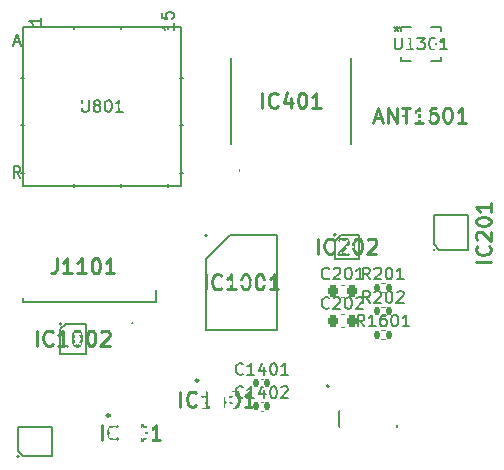
<source format=gbr>
%TF.GenerationSoftware,KiCad,Pcbnew,7.0.9*%
%TF.CreationDate,2023-12-12T21:37:16+00:00*%
%TF.ProjectId,watch_main,77617463-685f-46d6-9169-6e2e6b696361,rev?*%
%TF.SameCoordinates,Original*%
%TF.FileFunction,Legend,Top*%
%TF.FilePolarity,Positive*%
%FSLAX46Y46*%
G04 Gerber Fmt 4.6, Leading zero omitted, Abs format (unit mm)*
G04 Created by KiCad (PCBNEW 7.0.9) date 2023-12-12 21:37:16*
%MOMM*%
%LPD*%
G01*
G04 APERTURE LIST*
G04 Aperture macros list*
%AMRoundRect*
0 Rectangle with rounded corners*
0 $1 Rounding radius*
0 $2 $3 $4 $5 $6 $7 $8 $9 X,Y pos of 4 corners*
0 Add a 4 corners polygon primitive as box body*
4,1,4,$2,$3,$4,$5,$6,$7,$8,$9,$2,$3,0*
0 Add four circle primitives for the rounded corners*
1,1,$1+$1,$2,$3*
1,1,$1+$1,$4,$5*
1,1,$1+$1,$6,$7*
1,1,$1+$1,$8,$9*
0 Add four rect primitives between the rounded corners*
20,1,$1+$1,$2,$3,$4,$5,0*
20,1,$1+$1,$4,$5,$6,$7,0*
20,1,$1+$1,$6,$7,$8,$9,0*
20,1,$1+$1,$8,$9,$2,$3,0*%
G04 Aperture macros list end*
%ADD10C,0.150000*%
%ADD11C,0.254000*%
%ADD12C,0.152400*%
%ADD13C,0.200000*%
%ADD14C,0.250000*%
%ADD15C,0.100000*%
%ADD16C,0.120000*%
%ADD17R,0.533400X0.304800*%
%ADD18R,0.304800X0.533400*%
%ADD19R,0.500000X1.000000*%
%ADD20R,0.720000X0.780000*%
%ADD21R,1.050000X1.080000*%
%ADD22R,1.050000X1.200000*%
%ADD23R,1.050000X2.390000*%
%ADD24R,2.910000X0.550000*%
%ADD25C,0.250000*%
%ADD26R,0.800000X0.300000*%
%ADD27R,0.300000X0.800000*%
%ADD28R,1.760000X1.760000*%
%ADD29R,0.900000X1.600000*%
%ADD30R,0.350000X0.800000*%
%ADD31R,0.600000X0.260000*%
%ADD32C,0.406400*%
%ADD33RoundRect,0.135000X-0.135000X-0.185000X0.135000X-0.185000X0.135000X0.185000X-0.135000X0.185000X0*%
%ADD34R,1.300000X2.100000*%
%ADD35C,0.370000*%
%ADD36R,0.850000X0.200000*%
%ADD37R,0.200000X0.850000*%
%ADD38R,4.700000X4.700000*%
%ADD39C,0.306000*%
%ADD40RoundRect,0.140000X-0.140000X-0.170000X0.140000X-0.170000X0.140000X0.170000X-0.140000X0.170000X0*%
%ADD41RoundRect,0.225000X-0.225000X-0.250000X0.225000X-0.250000X0.225000X0.250000X-0.225000X0.250000X0*%
G04 APERTURE END LIST*
D10*
X181849124Y-68190419D02*
X181849124Y-68999942D01*
X181849124Y-68999942D02*
X181896743Y-69095180D01*
X181896743Y-69095180D02*
X181944362Y-69142800D01*
X181944362Y-69142800D02*
X182039600Y-69190419D01*
X182039600Y-69190419D02*
X182230076Y-69190419D01*
X182230076Y-69190419D02*
X182325314Y-69142800D01*
X182325314Y-69142800D02*
X182372933Y-69095180D01*
X182372933Y-69095180D02*
X182420552Y-68999942D01*
X182420552Y-68999942D02*
X182420552Y-68190419D01*
X183420552Y-69190419D02*
X182849124Y-69190419D01*
X183134838Y-69190419D02*
X183134838Y-68190419D01*
X183134838Y-68190419D02*
X183039600Y-68333276D01*
X183039600Y-68333276D02*
X182944362Y-68428514D01*
X182944362Y-68428514D02*
X182849124Y-68476133D01*
X183753886Y-68190419D02*
X184372933Y-68190419D01*
X184372933Y-68190419D02*
X184039600Y-68571371D01*
X184039600Y-68571371D02*
X184182457Y-68571371D01*
X184182457Y-68571371D02*
X184277695Y-68618990D01*
X184277695Y-68618990D02*
X184325314Y-68666609D01*
X184325314Y-68666609D02*
X184372933Y-68761847D01*
X184372933Y-68761847D02*
X184372933Y-68999942D01*
X184372933Y-68999942D02*
X184325314Y-69095180D01*
X184325314Y-69095180D02*
X184277695Y-69142800D01*
X184277695Y-69142800D02*
X184182457Y-69190419D01*
X184182457Y-69190419D02*
X183896743Y-69190419D01*
X183896743Y-69190419D02*
X183801505Y-69142800D01*
X183801505Y-69142800D02*
X183753886Y-69095180D01*
X184991981Y-68190419D02*
X185087219Y-68190419D01*
X185087219Y-68190419D02*
X185182457Y-68238038D01*
X185182457Y-68238038D02*
X185230076Y-68285657D01*
X185230076Y-68285657D02*
X185277695Y-68380895D01*
X185277695Y-68380895D02*
X185325314Y-68571371D01*
X185325314Y-68571371D02*
X185325314Y-68809466D01*
X185325314Y-68809466D02*
X185277695Y-68999942D01*
X185277695Y-68999942D02*
X185230076Y-69095180D01*
X185230076Y-69095180D02*
X185182457Y-69142800D01*
X185182457Y-69142800D02*
X185087219Y-69190419D01*
X185087219Y-69190419D02*
X184991981Y-69190419D01*
X184991981Y-69190419D02*
X184896743Y-69142800D01*
X184896743Y-69142800D02*
X184849124Y-69095180D01*
X184849124Y-69095180D02*
X184801505Y-68999942D01*
X184801505Y-68999942D02*
X184753886Y-68809466D01*
X184753886Y-68809466D02*
X184753886Y-68571371D01*
X184753886Y-68571371D02*
X184801505Y-68380895D01*
X184801505Y-68380895D02*
X184849124Y-68285657D01*
X184849124Y-68285657D02*
X184896743Y-68238038D01*
X184896743Y-68238038D02*
X184991981Y-68190419D01*
X186277695Y-69190419D02*
X185706267Y-69190419D01*
X185991981Y-69190419D02*
X185991981Y-68190419D01*
X185991981Y-68190419D02*
X185896743Y-68333276D01*
X185896743Y-68333276D02*
X185801505Y-68428514D01*
X185801505Y-68428514D02*
X185706267Y-68476133D01*
X182007600Y-67190167D02*
X182007600Y-67428262D01*
X181769505Y-67333024D02*
X182007600Y-67428262D01*
X182007600Y-67428262D02*
X182245695Y-67333024D01*
X181864743Y-67618738D02*
X182007600Y-67428262D01*
X182007600Y-67428262D02*
X182150457Y-67618738D01*
X182007600Y-67190167D02*
X182007600Y-67428262D01*
X181769505Y-67333024D02*
X182007600Y-67428262D01*
X182007600Y-67428262D02*
X182245695Y-67333024D01*
X181864743Y-67618738D02*
X182007600Y-67428262D01*
X182007600Y-67428262D02*
X182150457Y-67618738D01*
D11*
X153213381Y-86873318D02*
X153213381Y-87780461D01*
X153213381Y-87780461D02*
X153152904Y-87961889D01*
X153152904Y-87961889D02*
X153031952Y-88082842D01*
X153031952Y-88082842D02*
X152850523Y-88143318D01*
X152850523Y-88143318D02*
X152729571Y-88143318D01*
X154483381Y-88143318D02*
X153757666Y-88143318D01*
X154120523Y-88143318D02*
X154120523Y-86873318D01*
X154120523Y-86873318D02*
X153999571Y-87054746D01*
X153999571Y-87054746D02*
X153878619Y-87175699D01*
X153878619Y-87175699D02*
X153757666Y-87236175D01*
X155692905Y-88143318D02*
X154967190Y-88143318D01*
X155330047Y-88143318D02*
X155330047Y-86873318D01*
X155330047Y-86873318D02*
X155209095Y-87054746D01*
X155209095Y-87054746D02*
X155088143Y-87175699D01*
X155088143Y-87175699D02*
X154967190Y-87236175D01*
X156479095Y-86873318D02*
X156600048Y-86873318D01*
X156600048Y-86873318D02*
X156721000Y-86933794D01*
X156721000Y-86933794D02*
X156781476Y-86994270D01*
X156781476Y-86994270D02*
X156841952Y-87115222D01*
X156841952Y-87115222D02*
X156902429Y-87357127D01*
X156902429Y-87357127D02*
X156902429Y-87659508D01*
X156902429Y-87659508D02*
X156841952Y-87901413D01*
X156841952Y-87901413D02*
X156781476Y-88022365D01*
X156781476Y-88022365D02*
X156721000Y-88082842D01*
X156721000Y-88082842D02*
X156600048Y-88143318D01*
X156600048Y-88143318D02*
X156479095Y-88143318D01*
X156479095Y-88143318D02*
X156358143Y-88082842D01*
X156358143Y-88082842D02*
X156297667Y-88022365D01*
X156297667Y-88022365D02*
X156237190Y-87901413D01*
X156237190Y-87901413D02*
X156176714Y-87659508D01*
X156176714Y-87659508D02*
X156176714Y-87357127D01*
X156176714Y-87357127D02*
X156237190Y-87115222D01*
X156237190Y-87115222D02*
X156297667Y-86994270D01*
X156297667Y-86994270D02*
X156358143Y-86933794D01*
X156358143Y-86933794D02*
X156479095Y-86873318D01*
X158111953Y-88143318D02*
X157386238Y-88143318D01*
X157749095Y-88143318D02*
X157749095Y-86873318D01*
X157749095Y-86873318D02*
X157628143Y-87054746D01*
X157628143Y-87054746D02*
X157507191Y-87175699D01*
X157507191Y-87175699D02*
X157386238Y-87236175D01*
X151545951Y-94274318D02*
X151545951Y-93004318D01*
X152876428Y-94153365D02*
X152815952Y-94213842D01*
X152815952Y-94213842D02*
X152634523Y-94274318D01*
X152634523Y-94274318D02*
X152513571Y-94274318D01*
X152513571Y-94274318D02*
X152332142Y-94213842D01*
X152332142Y-94213842D02*
X152211190Y-94092889D01*
X152211190Y-94092889D02*
X152150713Y-93971937D01*
X152150713Y-93971937D02*
X152090237Y-93730032D01*
X152090237Y-93730032D02*
X152090237Y-93548603D01*
X152090237Y-93548603D02*
X152150713Y-93306699D01*
X152150713Y-93306699D02*
X152211190Y-93185746D01*
X152211190Y-93185746D02*
X152332142Y-93064794D01*
X152332142Y-93064794D02*
X152513571Y-93004318D01*
X152513571Y-93004318D02*
X152634523Y-93004318D01*
X152634523Y-93004318D02*
X152815952Y-93064794D01*
X152815952Y-93064794D02*
X152876428Y-93125270D01*
X154085952Y-94274318D02*
X153360237Y-94274318D01*
X153723094Y-94274318D02*
X153723094Y-93004318D01*
X153723094Y-93004318D02*
X153602142Y-93185746D01*
X153602142Y-93185746D02*
X153481190Y-93306699D01*
X153481190Y-93306699D02*
X153360237Y-93367175D01*
X154872142Y-93004318D02*
X154993095Y-93004318D01*
X154993095Y-93004318D02*
X155114047Y-93064794D01*
X155114047Y-93064794D02*
X155174523Y-93125270D01*
X155174523Y-93125270D02*
X155234999Y-93246222D01*
X155234999Y-93246222D02*
X155295476Y-93488127D01*
X155295476Y-93488127D02*
X155295476Y-93790508D01*
X155295476Y-93790508D02*
X155234999Y-94032413D01*
X155234999Y-94032413D02*
X155174523Y-94153365D01*
X155174523Y-94153365D02*
X155114047Y-94213842D01*
X155114047Y-94213842D02*
X154993095Y-94274318D01*
X154993095Y-94274318D02*
X154872142Y-94274318D01*
X154872142Y-94274318D02*
X154751190Y-94213842D01*
X154751190Y-94213842D02*
X154690714Y-94153365D01*
X154690714Y-94153365D02*
X154630237Y-94032413D01*
X154630237Y-94032413D02*
X154569761Y-93790508D01*
X154569761Y-93790508D02*
X154569761Y-93488127D01*
X154569761Y-93488127D02*
X154630237Y-93246222D01*
X154630237Y-93246222D02*
X154690714Y-93125270D01*
X154690714Y-93125270D02*
X154751190Y-93064794D01*
X154751190Y-93064794D02*
X154872142Y-93004318D01*
X156081666Y-93004318D02*
X156202619Y-93004318D01*
X156202619Y-93004318D02*
X156323571Y-93064794D01*
X156323571Y-93064794D02*
X156384047Y-93125270D01*
X156384047Y-93125270D02*
X156444523Y-93246222D01*
X156444523Y-93246222D02*
X156505000Y-93488127D01*
X156505000Y-93488127D02*
X156505000Y-93790508D01*
X156505000Y-93790508D02*
X156444523Y-94032413D01*
X156444523Y-94032413D02*
X156384047Y-94153365D01*
X156384047Y-94153365D02*
X156323571Y-94213842D01*
X156323571Y-94213842D02*
X156202619Y-94274318D01*
X156202619Y-94274318D02*
X156081666Y-94274318D01*
X156081666Y-94274318D02*
X155960714Y-94213842D01*
X155960714Y-94213842D02*
X155900238Y-94153365D01*
X155900238Y-94153365D02*
X155839761Y-94032413D01*
X155839761Y-94032413D02*
X155779285Y-93790508D01*
X155779285Y-93790508D02*
X155779285Y-93488127D01*
X155779285Y-93488127D02*
X155839761Y-93246222D01*
X155839761Y-93246222D02*
X155900238Y-93125270D01*
X155900238Y-93125270D02*
X155960714Y-93064794D01*
X155960714Y-93064794D02*
X156081666Y-93004318D01*
X156988809Y-93125270D02*
X157049285Y-93064794D01*
X157049285Y-93064794D02*
X157170238Y-93004318D01*
X157170238Y-93004318D02*
X157472619Y-93004318D01*
X157472619Y-93004318D02*
X157593571Y-93064794D01*
X157593571Y-93064794D02*
X157654047Y-93125270D01*
X157654047Y-93125270D02*
X157714524Y-93246222D01*
X157714524Y-93246222D02*
X157714524Y-93367175D01*
X157714524Y-93367175D02*
X157654047Y-93548603D01*
X157654047Y-93548603D02*
X156928333Y-94274318D01*
X156928333Y-94274318D02*
X157714524Y-94274318D01*
X157035713Y-102249318D02*
X157035713Y-100979318D01*
X158366190Y-102128365D02*
X158305714Y-102188842D01*
X158305714Y-102188842D02*
X158124285Y-102249318D01*
X158124285Y-102249318D02*
X158003333Y-102249318D01*
X158003333Y-102249318D02*
X157821904Y-102188842D01*
X157821904Y-102188842D02*
X157700952Y-102067889D01*
X157700952Y-102067889D02*
X157640475Y-101946937D01*
X157640475Y-101946937D02*
X157579999Y-101705032D01*
X157579999Y-101705032D02*
X157579999Y-101523603D01*
X157579999Y-101523603D02*
X157640475Y-101281699D01*
X157640475Y-101281699D02*
X157700952Y-101160746D01*
X157700952Y-101160746D02*
X157821904Y-101039794D01*
X157821904Y-101039794D02*
X158003333Y-100979318D01*
X158003333Y-100979318D02*
X158124285Y-100979318D01*
X158124285Y-100979318D02*
X158305714Y-101039794D01*
X158305714Y-101039794D02*
X158366190Y-101100270D01*
X158970952Y-102249318D02*
X159212856Y-102249318D01*
X159212856Y-102249318D02*
X159333809Y-102188842D01*
X159333809Y-102188842D02*
X159394285Y-102128365D01*
X159394285Y-102128365D02*
X159515237Y-101946937D01*
X159515237Y-101946937D02*
X159575714Y-101705032D01*
X159575714Y-101705032D02*
X159575714Y-101221222D01*
X159575714Y-101221222D02*
X159515237Y-101100270D01*
X159515237Y-101100270D02*
X159454761Y-101039794D01*
X159454761Y-101039794D02*
X159333809Y-100979318D01*
X159333809Y-100979318D02*
X159091904Y-100979318D01*
X159091904Y-100979318D02*
X158970952Y-101039794D01*
X158970952Y-101039794D02*
X158910475Y-101100270D01*
X158910475Y-101100270D02*
X158849999Y-101221222D01*
X158849999Y-101221222D02*
X158849999Y-101523603D01*
X158849999Y-101523603D02*
X158910475Y-101644556D01*
X158910475Y-101644556D02*
X158970952Y-101705032D01*
X158970952Y-101705032D02*
X159091904Y-101765508D01*
X159091904Y-101765508D02*
X159333809Y-101765508D01*
X159333809Y-101765508D02*
X159454761Y-101705032D01*
X159454761Y-101705032D02*
X159515237Y-101644556D01*
X159515237Y-101644556D02*
X159575714Y-101523603D01*
X160361904Y-100979318D02*
X160482857Y-100979318D01*
X160482857Y-100979318D02*
X160603809Y-101039794D01*
X160603809Y-101039794D02*
X160664285Y-101100270D01*
X160664285Y-101100270D02*
X160724761Y-101221222D01*
X160724761Y-101221222D02*
X160785238Y-101463127D01*
X160785238Y-101463127D02*
X160785238Y-101765508D01*
X160785238Y-101765508D02*
X160724761Y-102007413D01*
X160724761Y-102007413D02*
X160664285Y-102128365D01*
X160664285Y-102128365D02*
X160603809Y-102188842D01*
X160603809Y-102188842D02*
X160482857Y-102249318D01*
X160482857Y-102249318D02*
X160361904Y-102249318D01*
X160361904Y-102249318D02*
X160240952Y-102188842D01*
X160240952Y-102188842D02*
X160180476Y-102128365D01*
X160180476Y-102128365D02*
X160119999Y-102007413D01*
X160119999Y-102007413D02*
X160059523Y-101765508D01*
X160059523Y-101765508D02*
X160059523Y-101463127D01*
X160059523Y-101463127D02*
X160119999Y-101221222D01*
X160119999Y-101221222D02*
X160180476Y-101100270D01*
X160180476Y-101100270D02*
X160240952Y-101039794D01*
X160240952Y-101039794D02*
X160361904Y-100979318D01*
X161994762Y-102249318D02*
X161269047Y-102249318D01*
X161631904Y-102249318D02*
X161631904Y-100979318D01*
X161631904Y-100979318D02*
X161510952Y-101160746D01*
X161510952Y-101160746D02*
X161390000Y-101281699D01*
X161390000Y-101281699D02*
X161269047Y-101342175D01*
X170610713Y-74134318D02*
X170610713Y-72864318D01*
X171941190Y-74013365D02*
X171880714Y-74073842D01*
X171880714Y-74073842D02*
X171699285Y-74134318D01*
X171699285Y-74134318D02*
X171578333Y-74134318D01*
X171578333Y-74134318D02*
X171396904Y-74073842D01*
X171396904Y-74073842D02*
X171275952Y-73952889D01*
X171275952Y-73952889D02*
X171215475Y-73831937D01*
X171215475Y-73831937D02*
X171154999Y-73590032D01*
X171154999Y-73590032D02*
X171154999Y-73408603D01*
X171154999Y-73408603D02*
X171215475Y-73166699D01*
X171215475Y-73166699D02*
X171275952Y-73045746D01*
X171275952Y-73045746D02*
X171396904Y-72924794D01*
X171396904Y-72924794D02*
X171578333Y-72864318D01*
X171578333Y-72864318D02*
X171699285Y-72864318D01*
X171699285Y-72864318D02*
X171880714Y-72924794D01*
X171880714Y-72924794D02*
X171941190Y-72985270D01*
X173029761Y-73287651D02*
X173029761Y-74134318D01*
X172727380Y-72803842D02*
X172424999Y-73710984D01*
X172424999Y-73710984D02*
X173211190Y-73710984D01*
X173936904Y-72864318D02*
X174057857Y-72864318D01*
X174057857Y-72864318D02*
X174178809Y-72924794D01*
X174178809Y-72924794D02*
X174239285Y-72985270D01*
X174239285Y-72985270D02*
X174299761Y-73106222D01*
X174299761Y-73106222D02*
X174360238Y-73348127D01*
X174360238Y-73348127D02*
X174360238Y-73650508D01*
X174360238Y-73650508D02*
X174299761Y-73892413D01*
X174299761Y-73892413D02*
X174239285Y-74013365D01*
X174239285Y-74013365D02*
X174178809Y-74073842D01*
X174178809Y-74073842D02*
X174057857Y-74134318D01*
X174057857Y-74134318D02*
X173936904Y-74134318D01*
X173936904Y-74134318D02*
X173815952Y-74073842D01*
X173815952Y-74073842D02*
X173755476Y-74013365D01*
X173755476Y-74013365D02*
X173694999Y-73892413D01*
X173694999Y-73892413D02*
X173634523Y-73650508D01*
X173634523Y-73650508D02*
X173634523Y-73348127D01*
X173634523Y-73348127D02*
X173694999Y-73106222D01*
X173694999Y-73106222D02*
X173755476Y-72985270D01*
X173755476Y-72985270D02*
X173815952Y-72924794D01*
X173815952Y-72924794D02*
X173936904Y-72864318D01*
X175569762Y-74134318D02*
X174844047Y-74134318D01*
X175206904Y-74134318D02*
X175206904Y-72864318D01*
X175206904Y-72864318D02*
X175085952Y-73045746D01*
X175085952Y-73045746D02*
X174965000Y-73166699D01*
X174965000Y-73166699D02*
X174844047Y-73227175D01*
X180139523Y-75021461D02*
X180744285Y-75021461D01*
X180018571Y-75384318D02*
X180441904Y-74114318D01*
X180441904Y-74114318D02*
X180865238Y-75384318D01*
X181288570Y-75384318D02*
X181288570Y-74114318D01*
X181288570Y-74114318D02*
X182014285Y-75384318D01*
X182014285Y-75384318D02*
X182014285Y-74114318D01*
X182437618Y-74114318D02*
X183163332Y-74114318D01*
X182800475Y-75384318D02*
X182800475Y-74114318D01*
X184251904Y-75384318D02*
X183526189Y-75384318D01*
X183889046Y-75384318D02*
X183889046Y-74114318D01*
X183889046Y-74114318D02*
X183768094Y-74295746D01*
X183768094Y-74295746D02*
X183647142Y-74416699D01*
X183647142Y-74416699D02*
X183526189Y-74477175D01*
X185340475Y-74114318D02*
X185098570Y-74114318D01*
X185098570Y-74114318D02*
X184977618Y-74174794D01*
X184977618Y-74174794D02*
X184917142Y-74235270D01*
X184917142Y-74235270D02*
X184796189Y-74416699D01*
X184796189Y-74416699D02*
X184735713Y-74658603D01*
X184735713Y-74658603D02*
X184735713Y-75142413D01*
X184735713Y-75142413D02*
X184796189Y-75263365D01*
X184796189Y-75263365D02*
X184856666Y-75323842D01*
X184856666Y-75323842D02*
X184977618Y-75384318D01*
X184977618Y-75384318D02*
X185219523Y-75384318D01*
X185219523Y-75384318D02*
X185340475Y-75323842D01*
X185340475Y-75323842D02*
X185400951Y-75263365D01*
X185400951Y-75263365D02*
X185461428Y-75142413D01*
X185461428Y-75142413D02*
X185461428Y-74840032D01*
X185461428Y-74840032D02*
X185400951Y-74719080D01*
X185400951Y-74719080D02*
X185340475Y-74658603D01*
X185340475Y-74658603D02*
X185219523Y-74598127D01*
X185219523Y-74598127D02*
X184977618Y-74598127D01*
X184977618Y-74598127D02*
X184856666Y-74658603D01*
X184856666Y-74658603D02*
X184796189Y-74719080D01*
X184796189Y-74719080D02*
X184735713Y-74840032D01*
X186247618Y-74114318D02*
X186368571Y-74114318D01*
X186368571Y-74114318D02*
X186489523Y-74174794D01*
X186489523Y-74174794D02*
X186549999Y-74235270D01*
X186549999Y-74235270D02*
X186610475Y-74356222D01*
X186610475Y-74356222D02*
X186670952Y-74598127D01*
X186670952Y-74598127D02*
X186670952Y-74900508D01*
X186670952Y-74900508D02*
X186610475Y-75142413D01*
X186610475Y-75142413D02*
X186549999Y-75263365D01*
X186549999Y-75263365D02*
X186489523Y-75323842D01*
X186489523Y-75323842D02*
X186368571Y-75384318D01*
X186368571Y-75384318D02*
X186247618Y-75384318D01*
X186247618Y-75384318D02*
X186126666Y-75323842D01*
X186126666Y-75323842D02*
X186066190Y-75263365D01*
X186066190Y-75263365D02*
X186005713Y-75142413D01*
X186005713Y-75142413D02*
X185945237Y-74900508D01*
X185945237Y-74900508D02*
X185945237Y-74598127D01*
X185945237Y-74598127D02*
X186005713Y-74356222D01*
X186005713Y-74356222D02*
X186066190Y-74235270D01*
X186066190Y-74235270D02*
X186126666Y-74174794D01*
X186126666Y-74174794D02*
X186247618Y-74114318D01*
X187880476Y-75384318D02*
X187154761Y-75384318D01*
X187517618Y-75384318D02*
X187517618Y-74114318D01*
X187517618Y-74114318D02*
X187396666Y-74295746D01*
X187396666Y-74295746D02*
X187275714Y-74416699D01*
X187275714Y-74416699D02*
X187154761Y-74477175D01*
X189974318Y-87149286D02*
X188704318Y-87149286D01*
X189853365Y-85818809D02*
X189913842Y-85879285D01*
X189913842Y-85879285D02*
X189974318Y-86060714D01*
X189974318Y-86060714D02*
X189974318Y-86181666D01*
X189974318Y-86181666D02*
X189913842Y-86363095D01*
X189913842Y-86363095D02*
X189792889Y-86484047D01*
X189792889Y-86484047D02*
X189671937Y-86544524D01*
X189671937Y-86544524D02*
X189430032Y-86605000D01*
X189430032Y-86605000D02*
X189248603Y-86605000D01*
X189248603Y-86605000D02*
X189006699Y-86544524D01*
X189006699Y-86544524D02*
X188885746Y-86484047D01*
X188885746Y-86484047D02*
X188764794Y-86363095D01*
X188764794Y-86363095D02*
X188704318Y-86181666D01*
X188704318Y-86181666D02*
X188704318Y-86060714D01*
X188704318Y-86060714D02*
X188764794Y-85879285D01*
X188764794Y-85879285D02*
X188825270Y-85818809D01*
X188825270Y-85335000D02*
X188764794Y-85274524D01*
X188764794Y-85274524D02*
X188704318Y-85153571D01*
X188704318Y-85153571D02*
X188704318Y-84851190D01*
X188704318Y-84851190D02*
X188764794Y-84730238D01*
X188764794Y-84730238D02*
X188825270Y-84669762D01*
X188825270Y-84669762D02*
X188946222Y-84609285D01*
X188946222Y-84609285D02*
X189067175Y-84609285D01*
X189067175Y-84609285D02*
X189248603Y-84669762D01*
X189248603Y-84669762D02*
X189974318Y-85395476D01*
X189974318Y-85395476D02*
X189974318Y-84609285D01*
X188704318Y-83823095D02*
X188704318Y-83702142D01*
X188704318Y-83702142D02*
X188764794Y-83581190D01*
X188764794Y-83581190D02*
X188825270Y-83520714D01*
X188825270Y-83520714D02*
X188946222Y-83460238D01*
X188946222Y-83460238D02*
X189188127Y-83399761D01*
X189188127Y-83399761D02*
X189490508Y-83399761D01*
X189490508Y-83399761D02*
X189732413Y-83460238D01*
X189732413Y-83460238D02*
X189853365Y-83520714D01*
X189853365Y-83520714D02*
X189913842Y-83581190D01*
X189913842Y-83581190D02*
X189974318Y-83702142D01*
X189974318Y-83702142D02*
X189974318Y-83823095D01*
X189974318Y-83823095D02*
X189913842Y-83944047D01*
X189913842Y-83944047D02*
X189853365Y-84004523D01*
X189853365Y-84004523D02*
X189732413Y-84065000D01*
X189732413Y-84065000D02*
X189490508Y-84125476D01*
X189490508Y-84125476D02*
X189188127Y-84125476D01*
X189188127Y-84125476D02*
X188946222Y-84065000D01*
X188946222Y-84065000D02*
X188825270Y-84004523D01*
X188825270Y-84004523D02*
X188764794Y-83944047D01*
X188764794Y-83944047D02*
X188704318Y-83823095D01*
X189974318Y-82190237D02*
X189974318Y-82915952D01*
X189974318Y-82553095D02*
X188704318Y-82553095D01*
X188704318Y-82553095D02*
X188885746Y-82674047D01*
X188885746Y-82674047D02*
X189006699Y-82794999D01*
X189006699Y-82794999D02*
X189067175Y-82915952D01*
D10*
X155344514Y-73473619D02*
X155344514Y-74283142D01*
X155344514Y-74283142D02*
X155392133Y-74378380D01*
X155392133Y-74378380D02*
X155439752Y-74426000D01*
X155439752Y-74426000D02*
X155534990Y-74473619D01*
X155534990Y-74473619D02*
X155725466Y-74473619D01*
X155725466Y-74473619D02*
X155820704Y-74426000D01*
X155820704Y-74426000D02*
X155868323Y-74378380D01*
X155868323Y-74378380D02*
X155915942Y-74283142D01*
X155915942Y-74283142D02*
X155915942Y-73473619D01*
X156534990Y-73902190D02*
X156439752Y-73854571D01*
X156439752Y-73854571D02*
X156392133Y-73806952D01*
X156392133Y-73806952D02*
X156344514Y-73711714D01*
X156344514Y-73711714D02*
X156344514Y-73664095D01*
X156344514Y-73664095D02*
X156392133Y-73568857D01*
X156392133Y-73568857D02*
X156439752Y-73521238D01*
X156439752Y-73521238D02*
X156534990Y-73473619D01*
X156534990Y-73473619D02*
X156725466Y-73473619D01*
X156725466Y-73473619D02*
X156820704Y-73521238D01*
X156820704Y-73521238D02*
X156868323Y-73568857D01*
X156868323Y-73568857D02*
X156915942Y-73664095D01*
X156915942Y-73664095D02*
X156915942Y-73711714D01*
X156915942Y-73711714D02*
X156868323Y-73806952D01*
X156868323Y-73806952D02*
X156820704Y-73854571D01*
X156820704Y-73854571D02*
X156725466Y-73902190D01*
X156725466Y-73902190D02*
X156534990Y-73902190D01*
X156534990Y-73902190D02*
X156439752Y-73949809D01*
X156439752Y-73949809D02*
X156392133Y-73997428D01*
X156392133Y-73997428D02*
X156344514Y-74092666D01*
X156344514Y-74092666D02*
X156344514Y-74283142D01*
X156344514Y-74283142D02*
X156392133Y-74378380D01*
X156392133Y-74378380D02*
X156439752Y-74426000D01*
X156439752Y-74426000D02*
X156534990Y-74473619D01*
X156534990Y-74473619D02*
X156725466Y-74473619D01*
X156725466Y-74473619D02*
X156820704Y-74426000D01*
X156820704Y-74426000D02*
X156868323Y-74378380D01*
X156868323Y-74378380D02*
X156915942Y-74283142D01*
X156915942Y-74283142D02*
X156915942Y-74092666D01*
X156915942Y-74092666D02*
X156868323Y-73997428D01*
X156868323Y-73997428D02*
X156820704Y-73949809D01*
X156820704Y-73949809D02*
X156725466Y-73902190D01*
X157534990Y-73473619D02*
X157630228Y-73473619D01*
X157630228Y-73473619D02*
X157725466Y-73521238D01*
X157725466Y-73521238D02*
X157773085Y-73568857D01*
X157773085Y-73568857D02*
X157820704Y-73664095D01*
X157820704Y-73664095D02*
X157868323Y-73854571D01*
X157868323Y-73854571D02*
X157868323Y-74092666D01*
X157868323Y-74092666D02*
X157820704Y-74283142D01*
X157820704Y-74283142D02*
X157773085Y-74378380D01*
X157773085Y-74378380D02*
X157725466Y-74426000D01*
X157725466Y-74426000D02*
X157630228Y-74473619D01*
X157630228Y-74473619D02*
X157534990Y-74473619D01*
X157534990Y-74473619D02*
X157439752Y-74426000D01*
X157439752Y-74426000D02*
X157392133Y-74378380D01*
X157392133Y-74378380D02*
X157344514Y-74283142D01*
X157344514Y-74283142D02*
X157296895Y-74092666D01*
X157296895Y-74092666D02*
X157296895Y-73854571D01*
X157296895Y-73854571D02*
X157344514Y-73664095D01*
X157344514Y-73664095D02*
X157392133Y-73568857D01*
X157392133Y-73568857D02*
X157439752Y-73521238D01*
X157439752Y-73521238D02*
X157534990Y-73473619D01*
X158820704Y-74473619D02*
X158249276Y-74473619D01*
X158534990Y-74473619D02*
X158534990Y-73473619D01*
X158534990Y-73473619D02*
X158439752Y-73616476D01*
X158439752Y-73616476D02*
X158344514Y-73711714D01*
X158344514Y-73711714D02*
X158249276Y-73759333D01*
X149607105Y-68587905D02*
X150083295Y-68587905D01*
X149511867Y-68873620D02*
X149845200Y-67873620D01*
X149845200Y-67873620D02*
X150178533Y-68873620D01*
X150154723Y-80073618D02*
X149821390Y-79597427D01*
X149583295Y-80073618D02*
X149583295Y-79073618D01*
X149583295Y-79073618D02*
X149964247Y-79073618D01*
X149964247Y-79073618D02*
X150059485Y-79121237D01*
X150059485Y-79121237D02*
X150107104Y-79168856D01*
X150107104Y-79168856D02*
X150154723Y-79264094D01*
X150154723Y-79264094D02*
X150154723Y-79406951D01*
X150154723Y-79406951D02*
X150107104Y-79502189D01*
X150107104Y-79502189D02*
X150059485Y-79549808D01*
X150059485Y-79549808D02*
X149964247Y-79597427D01*
X149964247Y-79597427D02*
X149583295Y-79597427D01*
X151913620Y-66519485D02*
X151913620Y-67090913D01*
X151913620Y-66805199D02*
X150913620Y-66805199D01*
X150913620Y-66805199D02*
X151056477Y-66900437D01*
X151056477Y-66900437D02*
X151151715Y-66995675D01*
X151151715Y-66995675D02*
X151199334Y-67090913D01*
X163113618Y-66995676D02*
X163113618Y-67567104D01*
X163113618Y-67281390D02*
X162113618Y-67281390D01*
X162113618Y-67281390D02*
X162256475Y-67376628D01*
X162256475Y-67376628D02*
X162351713Y-67471866D01*
X162351713Y-67471866D02*
X162399332Y-67567104D01*
X162113618Y-66090914D02*
X162113618Y-66567104D01*
X162113618Y-66567104D02*
X162589808Y-66614723D01*
X162589808Y-66614723D02*
X162542189Y-66567104D01*
X162542189Y-66567104D02*
X162494570Y-66471866D01*
X162494570Y-66471866D02*
X162494570Y-66233771D01*
X162494570Y-66233771D02*
X162542189Y-66138533D01*
X162542189Y-66138533D02*
X162589808Y-66090914D01*
X162589808Y-66090914D02*
X162685046Y-66043295D01*
X162685046Y-66043295D02*
X162923141Y-66043295D01*
X162923141Y-66043295D02*
X163018379Y-66090914D01*
X163018379Y-66090914D02*
X163065999Y-66138533D01*
X163065999Y-66138533D02*
X163113618Y-66233771D01*
X163113618Y-66233771D02*
X163113618Y-66471866D01*
X163113618Y-66471866D02*
X163065999Y-66567104D01*
X163065999Y-66567104D02*
X163018379Y-66614723D01*
X179269761Y-92639819D02*
X178936428Y-92163628D01*
X178698333Y-92639819D02*
X178698333Y-91639819D01*
X178698333Y-91639819D02*
X179079285Y-91639819D01*
X179079285Y-91639819D02*
X179174523Y-91687438D01*
X179174523Y-91687438D02*
X179222142Y-91735057D01*
X179222142Y-91735057D02*
X179269761Y-91830295D01*
X179269761Y-91830295D02*
X179269761Y-91973152D01*
X179269761Y-91973152D02*
X179222142Y-92068390D01*
X179222142Y-92068390D02*
X179174523Y-92116009D01*
X179174523Y-92116009D02*
X179079285Y-92163628D01*
X179079285Y-92163628D02*
X178698333Y-92163628D01*
X180222142Y-92639819D02*
X179650714Y-92639819D01*
X179936428Y-92639819D02*
X179936428Y-91639819D01*
X179936428Y-91639819D02*
X179841190Y-91782676D01*
X179841190Y-91782676D02*
X179745952Y-91877914D01*
X179745952Y-91877914D02*
X179650714Y-91925533D01*
X181079285Y-91639819D02*
X180888809Y-91639819D01*
X180888809Y-91639819D02*
X180793571Y-91687438D01*
X180793571Y-91687438D02*
X180745952Y-91735057D01*
X180745952Y-91735057D02*
X180650714Y-91877914D01*
X180650714Y-91877914D02*
X180603095Y-92068390D01*
X180603095Y-92068390D02*
X180603095Y-92449342D01*
X180603095Y-92449342D02*
X180650714Y-92544580D01*
X180650714Y-92544580D02*
X180698333Y-92592200D01*
X180698333Y-92592200D02*
X180793571Y-92639819D01*
X180793571Y-92639819D02*
X180984047Y-92639819D01*
X180984047Y-92639819D02*
X181079285Y-92592200D01*
X181079285Y-92592200D02*
X181126904Y-92544580D01*
X181126904Y-92544580D02*
X181174523Y-92449342D01*
X181174523Y-92449342D02*
X181174523Y-92211247D01*
X181174523Y-92211247D02*
X181126904Y-92116009D01*
X181126904Y-92116009D02*
X181079285Y-92068390D01*
X181079285Y-92068390D02*
X180984047Y-92020771D01*
X180984047Y-92020771D02*
X180793571Y-92020771D01*
X180793571Y-92020771D02*
X180698333Y-92068390D01*
X180698333Y-92068390D02*
X180650714Y-92116009D01*
X180650714Y-92116009D02*
X180603095Y-92211247D01*
X181793571Y-91639819D02*
X181888809Y-91639819D01*
X181888809Y-91639819D02*
X181984047Y-91687438D01*
X181984047Y-91687438D02*
X182031666Y-91735057D01*
X182031666Y-91735057D02*
X182079285Y-91830295D01*
X182079285Y-91830295D02*
X182126904Y-92020771D01*
X182126904Y-92020771D02*
X182126904Y-92258866D01*
X182126904Y-92258866D02*
X182079285Y-92449342D01*
X182079285Y-92449342D02*
X182031666Y-92544580D01*
X182031666Y-92544580D02*
X181984047Y-92592200D01*
X181984047Y-92592200D02*
X181888809Y-92639819D01*
X181888809Y-92639819D02*
X181793571Y-92639819D01*
X181793571Y-92639819D02*
X181698333Y-92592200D01*
X181698333Y-92592200D02*
X181650714Y-92544580D01*
X181650714Y-92544580D02*
X181603095Y-92449342D01*
X181603095Y-92449342D02*
X181555476Y-92258866D01*
X181555476Y-92258866D02*
X181555476Y-92020771D01*
X181555476Y-92020771D02*
X181603095Y-91830295D01*
X181603095Y-91830295D02*
X181650714Y-91735057D01*
X181650714Y-91735057D02*
X181698333Y-91687438D01*
X181698333Y-91687438D02*
X181793571Y-91639819D01*
X183079285Y-92639819D02*
X182507857Y-92639819D01*
X182793571Y-92639819D02*
X182793571Y-91639819D01*
X182793571Y-91639819D02*
X182698333Y-91782676D01*
X182698333Y-91782676D02*
X182603095Y-91877914D01*
X182603095Y-91877914D02*
X182507857Y-91925533D01*
X179745952Y-90649819D02*
X179412619Y-90173628D01*
X179174524Y-90649819D02*
X179174524Y-89649819D01*
X179174524Y-89649819D02*
X179555476Y-89649819D01*
X179555476Y-89649819D02*
X179650714Y-89697438D01*
X179650714Y-89697438D02*
X179698333Y-89745057D01*
X179698333Y-89745057D02*
X179745952Y-89840295D01*
X179745952Y-89840295D02*
X179745952Y-89983152D01*
X179745952Y-89983152D02*
X179698333Y-90078390D01*
X179698333Y-90078390D02*
X179650714Y-90126009D01*
X179650714Y-90126009D02*
X179555476Y-90173628D01*
X179555476Y-90173628D02*
X179174524Y-90173628D01*
X180126905Y-89745057D02*
X180174524Y-89697438D01*
X180174524Y-89697438D02*
X180269762Y-89649819D01*
X180269762Y-89649819D02*
X180507857Y-89649819D01*
X180507857Y-89649819D02*
X180603095Y-89697438D01*
X180603095Y-89697438D02*
X180650714Y-89745057D01*
X180650714Y-89745057D02*
X180698333Y-89840295D01*
X180698333Y-89840295D02*
X180698333Y-89935533D01*
X180698333Y-89935533D02*
X180650714Y-90078390D01*
X180650714Y-90078390D02*
X180079286Y-90649819D01*
X180079286Y-90649819D02*
X180698333Y-90649819D01*
X181317381Y-89649819D02*
X181412619Y-89649819D01*
X181412619Y-89649819D02*
X181507857Y-89697438D01*
X181507857Y-89697438D02*
X181555476Y-89745057D01*
X181555476Y-89745057D02*
X181603095Y-89840295D01*
X181603095Y-89840295D02*
X181650714Y-90030771D01*
X181650714Y-90030771D02*
X181650714Y-90268866D01*
X181650714Y-90268866D02*
X181603095Y-90459342D01*
X181603095Y-90459342D02*
X181555476Y-90554580D01*
X181555476Y-90554580D02*
X181507857Y-90602200D01*
X181507857Y-90602200D02*
X181412619Y-90649819D01*
X181412619Y-90649819D02*
X181317381Y-90649819D01*
X181317381Y-90649819D02*
X181222143Y-90602200D01*
X181222143Y-90602200D02*
X181174524Y-90554580D01*
X181174524Y-90554580D02*
X181126905Y-90459342D01*
X181126905Y-90459342D02*
X181079286Y-90268866D01*
X181079286Y-90268866D02*
X181079286Y-90030771D01*
X181079286Y-90030771D02*
X181126905Y-89840295D01*
X181126905Y-89840295D02*
X181174524Y-89745057D01*
X181174524Y-89745057D02*
X181222143Y-89697438D01*
X181222143Y-89697438D02*
X181317381Y-89649819D01*
X182031667Y-89745057D02*
X182079286Y-89697438D01*
X182079286Y-89697438D02*
X182174524Y-89649819D01*
X182174524Y-89649819D02*
X182412619Y-89649819D01*
X182412619Y-89649819D02*
X182507857Y-89697438D01*
X182507857Y-89697438D02*
X182555476Y-89745057D01*
X182555476Y-89745057D02*
X182603095Y-89840295D01*
X182603095Y-89840295D02*
X182603095Y-89935533D01*
X182603095Y-89935533D02*
X182555476Y-90078390D01*
X182555476Y-90078390D02*
X181984048Y-90649819D01*
X181984048Y-90649819D02*
X182603095Y-90649819D01*
X179745952Y-88659819D02*
X179412619Y-88183628D01*
X179174524Y-88659819D02*
X179174524Y-87659819D01*
X179174524Y-87659819D02*
X179555476Y-87659819D01*
X179555476Y-87659819D02*
X179650714Y-87707438D01*
X179650714Y-87707438D02*
X179698333Y-87755057D01*
X179698333Y-87755057D02*
X179745952Y-87850295D01*
X179745952Y-87850295D02*
X179745952Y-87993152D01*
X179745952Y-87993152D02*
X179698333Y-88088390D01*
X179698333Y-88088390D02*
X179650714Y-88136009D01*
X179650714Y-88136009D02*
X179555476Y-88183628D01*
X179555476Y-88183628D02*
X179174524Y-88183628D01*
X180126905Y-87755057D02*
X180174524Y-87707438D01*
X180174524Y-87707438D02*
X180269762Y-87659819D01*
X180269762Y-87659819D02*
X180507857Y-87659819D01*
X180507857Y-87659819D02*
X180603095Y-87707438D01*
X180603095Y-87707438D02*
X180650714Y-87755057D01*
X180650714Y-87755057D02*
X180698333Y-87850295D01*
X180698333Y-87850295D02*
X180698333Y-87945533D01*
X180698333Y-87945533D02*
X180650714Y-88088390D01*
X180650714Y-88088390D02*
X180079286Y-88659819D01*
X180079286Y-88659819D02*
X180698333Y-88659819D01*
X181317381Y-87659819D02*
X181412619Y-87659819D01*
X181412619Y-87659819D02*
X181507857Y-87707438D01*
X181507857Y-87707438D02*
X181555476Y-87755057D01*
X181555476Y-87755057D02*
X181603095Y-87850295D01*
X181603095Y-87850295D02*
X181650714Y-88040771D01*
X181650714Y-88040771D02*
X181650714Y-88278866D01*
X181650714Y-88278866D02*
X181603095Y-88469342D01*
X181603095Y-88469342D02*
X181555476Y-88564580D01*
X181555476Y-88564580D02*
X181507857Y-88612200D01*
X181507857Y-88612200D02*
X181412619Y-88659819D01*
X181412619Y-88659819D02*
X181317381Y-88659819D01*
X181317381Y-88659819D02*
X181222143Y-88612200D01*
X181222143Y-88612200D02*
X181174524Y-88564580D01*
X181174524Y-88564580D02*
X181126905Y-88469342D01*
X181126905Y-88469342D02*
X181079286Y-88278866D01*
X181079286Y-88278866D02*
X181079286Y-88040771D01*
X181079286Y-88040771D02*
X181126905Y-87850295D01*
X181126905Y-87850295D02*
X181174524Y-87755057D01*
X181174524Y-87755057D02*
X181222143Y-87707438D01*
X181222143Y-87707438D02*
X181317381Y-87659819D01*
X182603095Y-88659819D02*
X182031667Y-88659819D01*
X182317381Y-88659819D02*
X182317381Y-87659819D01*
X182317381Y-87659819D02*
X182222143Y-87802676D01*
X182222143Y-87802676D02*
X182126905Y-87897914D01*
X182126905Y-87897914D02*
X182031667Y-87945533D01*
D11*
X163695951Y-99444318D02*
X163695951Y-98174318D01*
X165026428Y-99323365D02*
X164965952Y-99383842D01*
X164965952Y-99383842D02*
X164784523Y-99444318D01*
X164784523Y-99444318D02*
X164663571Y-99444318D01*
X164663571Y-99444318D02*
X164482142Y-99383842D01*
X164482142Y-99383842D02*
X164361190Y-99262889D01*
X164361190Y-99262889D02*
X164300713Y-99141937D01*
X164300713Y-99141937D02*
X164240237Y-98900032D01*
X164240237Y-98900032D02*
X164240237Y-98718603D01*
X164240237Y-98718603D02*
X164300713Y-98476699D01*
X164300713Y-98476699D02*
X164361190Y-98355746D01*
X164361190Y-98355746D02*
X164482142Y-98234794D01*
X164482142Y-98234794D02*
X164663571Y-98174318D01*
X164663571Y-98174318D02*
X164784523Y-98174318D01*
X164784523Y-98174318D02*
X164965952Y-98234794D01*
X164965952Y-98234794D02*
X165026428Y-98295270D01*
X166235952Y-99444318D02*
X165510237Y-99444318D01*
X165873094Y-99444318D02*
X165873094Y-98174318D01*
X165873094Y-98174318D02*
X165752142Y-98355746D01*
X165752142Y-98355746D02*
X165631190Y-98476699D01*
X165631190Y-98476699D02*
X165510237Y-98537175D01*
X167324523Y-98597651D02*
X167324523Y-99444318D01*
X167022142Y-98113842D02*
X166719761Y-99020984D01*
X166719761Y-99020984D02*
X167505952Y-99020984D01*
X168231666Y-98174318D02*
X168352619Y-98174318D01*
X168352619Y-98174318D02*
X168473571Y-98234794D01*
X168473571Y-98234794D02*
X168534047Y-98295270D01*
X168534047Y-98295270D02*
X168594523Y-98416222D01*
X168594523Y-98416222D02*
X168655000Y-98658127D01*
X168655000Y-98658127D02*
X168655000Y-98960508D01*
X168655000Y-98960508D02*
X168594523Y-99202413D01*
X168594523Y-99202413D02*
X168534047Y-99323365D01*
X168534047Y-99323365D02*
X168473571Y-99383842D01*
X168473571Y-99383842D02*
X168352619Y-99444318D01*
X168352619Y-99444318D02*
X168231666Y-99444318D01*
X168231666Y-99444318D02*
X168110714Y-99383842D01*
X168110714Y-99383842D02*
X168050238Y-99323365D01*
X168050238Y-99323365D02*
X167989761Y-99202413D01*
X167989761Y-99202413D02*
X167929285Y-98960508D01*
X167929285Y-98960508D02*
X167929285Y-98658127D01*
X167929285Y-98658127D02*
X167989761Y-98416222D01*
X167989761Y-98416222D02*
X168050238Y-98295270D01*
X168050238Y-98295270D02*
X168110714Y-98234794D01*
X168110714Y-98234794D02*
X168231666Y-98174318D01*
X169864524Y-99444318D02*
X169138809Y-99444318D01*
X169501666Y-99444318D02*
X169501666Y-98174318D01*
X169501666Y-98174318D02*
X169380714Y-98355746D01*
X169380714Y-98355746D02*
X169259762Y-98476699D01*
X169259762Y-98476699D02*
X169138809Y-98537175D01*
X165820951Y-89519318D02*
X165820951Y-88249318D01*
X167151428Y-89398365D02*
X167090952Y-89458842D01*
X167090952Y-89458842D02*
X166909523Y-89519318D01*
X166909523Y-89519318D02*
X166788571Y-89519318D01*
X166788571Y-89519318D02*
X166607142Y-89458842D01*
X166607142Y-89458842D02*
X166486190Y-89337889D01*
X166486190Y-89337889D02*
X166425713Y-89216937D01*
X166425713Y-89216937D02*
X166365237Y-88975032D01*
X166365237Y-88975032D02*
X166365237Y-88793603D01*
X166365237Y-88793603D02*
X166425713Y-88551699D01*
X166425713Y-88551699D02*
X166486190Y-88430746D01*
X166486190Y-88430746D02*
X166607142Y-88309794D01*
X166607142Y-88309794D02*
X166788571Y-88249318D01*
X166788571Y-88249318D02*
X166909523Y-88249318D01*
X166909523Y-88249318D02*
X167090952Y-88309794D01*
X167090952Y-88309794D02*
X167151428Y-88370270D01*
X168360952Y-89519318D02*
X167635237Y-89519318D01*
X167998094Y-89519318D02*
X167998094Y-88249318D01*
X167998094Y-88249318D02*
X167877142Y-88430746D01*
X167877142Y-88430746D02*
X167756190Y-88551699D01*
X167756190Y-88551699D02*
X167635237Y-88612175D01*
X169147142Y-88249318D02*
X169268095Y-88249318D01*
X169268095Y-88249318D02*
X169389047Y-88309794D01*
X169389047Y-88309794D02*
X169449523Y-88370270D01*
X169449523Y-88370270D02*
X169509999Y-88491222D01*
X169509999Y-88491222D02*
X169570476Y-88733127D01*
X169570476Y-88733127D02*
X169570476Y-89035508D01*
X169570476Y-89035508D02*
X169509999Y-89277413D01*
X169509999Y-89277413D02*
X169449523Y-89398365D01*
X169449523Y-89398365D02*
X169389047Y-89458842D01*
X169389047Y-89458842D02*
X169268095Y-89519318D01*
X169268095Y-89519318D02*
X169147142Y-89519318D01*
X169147142Y-89519318D02*
X169026190Y-89458842D01*
X169026190Y-89458842D02*
X168965714Y-89398365D01*
X168965714Y-89398365D02*
X168905237Y-89277413D01*
X168905237Y-89277413D02*
X168844761Y-89035508D01*
X168844761Y-89035508D02*
X168844761Y-88733127D01*
X168844761Y-88733127D02*
X168905237Y-88491222D01*
X168905237Y-88491222D02*
X168965714Y-88370270D01*
X168965714Y-88370270D02*
X169026190Y-88309794D01*
X169026190Y-88309794D02*
X169147142Y-88249318D01*
X170356666Y-88249318D02*
X170477619Y-88249318D01*
X170477619Y-88249318D02*
X170598571Y-88309794D01*
X170598571Y-88309794D02*
X170659047Y-88370270D01*
X170659047Y-88370270D02*
X170719523Y-88491222D01*
X170719523Y-88491222D02*
X170780000Y-88733127D01*
X170780000Y-88733127D02*
X170780000Y-89035508D01*
X170780000Y-89035508D02*
X170719523Y-89277413D01*
X170719523Y-89277413D02*
X170659047Y-89398365D01*
X170659047Y-89398365D02*
X170598571Y-89458842D01*
X170598571Y-89458842D02*
X170477619Y-89519318D01*
X170477619Y-89519318D02*
X170356666Y-89519318D01*
X170356666Y-89519318D02*
X170235714Y-89458842D01*
X170235714Y-89458842D02*
X170175238Y-89398365D01*
X170175238Y-89398365D02*
X170114761Y-89277413D01*
X170114761Y-89277413D02*
X170054285Y-89035508D01*
X170054285Y-89035508D02*
X170054285Y-88733127D01*
X170054285Y-88733127D02*
X170114761Y-88491222D01*
X170114761Y-88491222D02*
X170175238Y-88370270D01*
X170175238Y-88370270D02*
X170235714Y-88309794D01*
X170235714Y-88309794D02*
X170356666Y-88249318D01*
X171989524Y-89519318D02*
X171263809Y-89519318D01*
X171626666Y-89519318D02*
X171626666Y-88249318D01*
X171626666Y-88249318D02*
X171505714Y-88430746D01*
X171505714Y-88430746D02*
X171384762Y-88551699D01*
X171384762Y-88551699D02*
X171263809Y-88612175D01*
X177100713Y-101074318D02*
X177100713Y-99804318D01*
X178431190Y-100953365D02*
X178370714Y-101013842D01*
X178370714Y-101013842D02*
X178189285Y-101074318D01*
X178189285Y-101074318D02*
X178068333Y-101074318D01*
X178068333Y-101074318D02*
X177886904Y-101013842D01*
X177886904Y-101013842D02*
X177765952Y-100892889D01*
X177765952Y-100892889D02*
X177705475Y-100771937D01*
X177705475Y-100771937D02*
X177644999Y-100530032D01*
X177644999Y-100530032D02*
X177644999Y-100348603D01*
X177644999Y-100348603D02*
X177705475Y-100106699D01*
X177705475Y-100106699D02*
X177765952Y-99985746D01*
X177765952Y-99985746D02*
X177886904Y-99864794D01*
X177886904Y-99864794D02*
X178068333Y-99804318D01*
X178068333Y-99804318D02*
X178189285Y-99804318D01*
X178189285Y-99804318D02*
X178370714Y-99864794D01*
X178370714Y-99864794D02*
X178431190Y-99925270D01*
X178854523Y-99804318D02*
X179640714Y-99804318D01*
X179640714Y-99804318D02*
X179217380Y-100288127D01*
X179217380Y-100288127D02*
X179398809Y-100288127D01*
X179398809Y-100288127D02*
X179519761Y-100348603D01*
X179519761Y-100348603D02*
X179580237Y-100409080D01*
X179580237Y-100409080D02*
X179640714Y-100530032D01*
X179640714Y-100530032D02*
X179640714Y-100832413D01*
X179640714Y-100832413D02*
X179580237Y-100953365D01*
X179580237Y-100953365D02*
X179519761Y-101013842D01*
X179519761Y-101013842D02*
X179398809Y-101074318D01*
X179398809Y-101074318D02*
X179035952Y-101074318D01*
X179035952Y-101074318D02*
X178914999Y-101013842D01*
X178914999Y-101013842D02*
X178854523Y-100953365D01*
X180426904Y-99804318D02*
X180547857Y-99804318D01*
X180547857Y-99804318D02*
X180668809Y-99864794D01*
X180668809Y-99864794D02*
X180729285Y-99925270D01*
X180729285Y-99925270D02*
X180789761Y-100046222D01*
X180789761Y-100046222D02*
X180850238Y-100288127D01*
X180850238Y-100288127D02*
X180850238Y-100590508D01*
X180850238Y-100590508D02*
X180789761Y-100832413D01*
X180789761Y-100832413D02*
X180729285Y-100953365D01*
X180729285Y-100953365D02*
X180668809Y-101013842D01*
X180668809Y-101013842D02*
X180547857Y-101074318D01*
X180547857Y-101074318D02*
X180426904Y-101074318D01*
X180426904Y-101074318D02*
X180305952Y-101013842D01*
X180305952Y-101013842D02*
X180245476Y-100953365D01*
X180245476Y-100953365D02*
X180184999Y-100832413D01*
X180184999Y-100832413D02*
X180124523Y-100590508D01*
X180124523Y-100590508D02*
X180124523Y-100288127D01*
X180124523Y-100288127D02*
X180184999Y-100046222D01*
X180184999Y-100046222D02*
X180245476Y-99925270D01*
X180245476Y-99925270D02*
X180305952Y-99864794D01*
X180305952Y-99864794D02*
X180426904Y-99804318D01*
X182059762Y-101074318D02*
X181334047Y-101074318D01*
X181696904Y-101074318D02*
X181696904Y-99804318D01*
X181696904Y-99804318D02*
X181575952Y-99985746D01*
X181575952Y-99985746D02*
X181455000Y-100106699D01*
X181455000Y-100106699D02*
X181334047Y-100167175D01*
X175320713Y-86474318D02*
X175320713Y-85204318D01*
X176651190Y-86353365D02*
X176590714Y-86413842D01*
X176590714Y-86413842D02*
X176409285Y-86474318D01*
X176409285Y-86474318D02*
X176288333Y-86474318D01*
X176288333Y-86474318D02*
X176106904Y-86413842D01*
X176106904Y-86413842D02*
X175985952Y-86292889D01*
X175985952Y-86292889D02*
X175925475Y-86171937D01*
X175925475Y-86171937D02*
X175864999Y-85930032D01*
X175864999Y-85930032D02*
X175864999Y-85748603D01*
X175864999Y-85748603D02*
X175925475Y-85506699D01*
X175925475Y-85506699D02*
X175985952Y-85385746D01*
X175985952Y-85385746D02*
X176106904Y-85264794D01*
X176106904Y-85264794D02*
X176288333Y-85204318D01*
X176288333Y-85204318D02*
X176409285Y-85204318D01*
X176409285Y-85204318D02*
X176590714Y-85264794D01*
X176590714Y-85264794D02*
X176651190Y-85325270D01*
X177134999Y-85325270D02*
X177195475Y-85264794D01*
X177195475Y-85264794D02*
X177316428Y-85204318D01*
X177316428Y-85204318D02*
X177618809Y-85204318D01*
X177618809Y-85204318D02*
X177739761Y-85264794D01*
X177739761Y-85264794D02*
X177800237Y-85325270D01*
X177800237Y-85325270D02*
X177860714Y-85446222D01*
X177860714Y-85446222D02*
X177860714Y-85567175D01*
X177860714Y-85567175D02*
X177800237Y-85748603D01*
X177800237Y-85748603D02*
X177074523Y-86474318D01*
X177074523Y-86474318D02*
X177860714Y-86474318D01*
X178646904Y-85204318D02*
X178767857Y-85204318D01*
X178767857Y-85204318D02*
X178888809Y-85264794D01*
X178888809Y-85264794D02*
X178949285Y-85325270D01*
X178949285Y-85325270D02*
X179009761Y-85446222D01*
X179009761Y-85446222D02*
X179070238Y-85688127D01*
X179070238Y-85688127D02*
X179070238Y-85990508D01*
X179070238Y-85990508D02*
X179009761Y-86232413D01*
X179009761Y-86232413D02*
X178949285Y-86353365D01*
X178949285Y-86353365D02*
X178888809Y-86413842D01*
X178888809Y-86413842D02*
X178767857Y-86474318D01*
X178767857Y-86474318D02*
X178646904Y-86474318D01*
X178646904Y-86474318D02*
X178525952Y-86413842D01*
X178525952Y-86413842D02*
X178465476Y-86353365D01*
X178465476Y-86353365D02*
X178404999Y-86232413D01*
X178404999Y-86232413D02*
X178344523Y-85990508D01*
X178344523Y-85990508D02*
X178344523Y-85688127D01*
X178344523Y-85688127D02*
X178404999Y-85446222D01*
X178404999Y-85446222D02*
X178465476Y-85325270D01*
X178465476Y-85325270D02*
X178525952Y-85264794D01*
X178525952Y-85264794D02*
X178646904Y-85204318D01*
X179554047Y-85325270D02*
X179614523Y-85264794D01*
X179614523Y-85264794D02*
X179735476Y-85204318D01*
X179735476Y-85204318D02*
X180037857Y-85204318D01*
X180037857Y-85204318D02*
X180158809Y-85264794D01*
X180158809Y-85264794D02*
X180219285Y-85325270D01*
X180219285Y-85325270D02*
X180279762Y-85446222D01*
X180279762Y-85446222D02*
X180279762Y-85567175D01*
X180279762Y-85567175D02*
X180219285Y-85748603D01*
X180219285Y-85748603D02*
X179493571Y-86474318D01*
X179493571Y-86474318D02*
X180279762Y-86474318D01*
D10*
X168989761Y-98624580D02*
X168942142Y-98672200D01*
X168942142Y-98672200D02*
X168799285Y-98719819D01*
X168799285Y-98719819D02*
X168704047Y-98719819D01*
X168704047Y-98719819D02*
X168561190Y-98672200D01*
X168561190Y-98672200D02*
X168465952Y-98576961D01*
X168465952Y-98576961D02*
X168418333Y-98481723D01*
X168418333Y-98481723D02*
X168370714Y-98291247D01*
X168370714Y-98291247D02*
X168370714Y-98148390D01*
X168370714Y-98148390D02*
X168418333Y-97957914D01*
X168418333Y-97957914D02*
X168465952Y-97862676D01*
X168465952Y-97862676D02*
X168561190Y-97767438D01*
X168561190Y-97767438D02*
X168704047Y-97719819D01*
X168704047Y-97719819D02*
X168799285Y-97719819D01*
X168799285Y-97719819D02*
X168942142Y-97767438D01*
X168942142Y-97767438D02*
X168989761Y-97815057D01*
X169942142Y-98719819D02*
X169370714Y-98719819D01*
X169656428Y-98719819D02*
X169656428Y-97719819D01*
X169656428Y-97719819D02*
X169561190Y-97862676D01*
X169561190Y-97862676D02*
X169465952Y-97957914D01*
X169465952Y-97957914D02*
X169370714Y-98005533D01*
X170799285Y-98053152D02*
X170799285Y-98719819D01*
X170561190Y-97672200D02*
X170323095Y-98386485D01*
X170323095Y-98386485D02*
X170942142Y-98386485D01*
X171513571Y-97719819D02*
X171608809Y-97719819D01*
X171608809Y-97719819D02*
X171704047Y-97767438D01*
X171704047Y-97767438D02*
X171751666Y-97815057D01*
X171751666Y-97815057D02*
X171799285Y-97910295D01*
X171799285Y-97910295D02*
X171846904Y-98100771D01*
X171846904Y-98100771D02*
X171846904Y-98338866D01*
X171846904Y-98338866D02*
X171799285Y-98529342D01*
X171799285Y-98529342D02*
X171751666Y-98624580D01*
X171751666Y-98624580D02*
X171704047Y-98672200D01*
X171704047Y-98672200D02*
X171608809Y-98719819D01*
X171608809Y-98719819D02*
X171513571Y-98719819D01*
X171513571Y-98719819D02*
X171418333Y-98672200D01*
X171418333Y-98672200D02*
X171370714Y-98624580D01*
X171370714Y-98624580D02*
X171323095Y-98529342D01*
X171323095Y-98529342D02*
X171275476Y-98338866D01*
X171275476Y-98338866D02*
X171275476Y-98100771D01*
X171275476Y-98100771D02*
X171323095Y-97910295D01*
X171323095Y-97910295D02*
X171370714Y-97815057D01*
X171370714Y-97815057D02*
X171418333Y-97767438D01*
X171418333Y-97767438D02*
X171513571Y-97719819D01*
X172227857Y-97815057D02*
X172275476Y-97767438D01*
X172275476Y-97767438D02*
X172370714Y-97719819D01*
X172370714Y-97719819D02*
X172608809Y-97719819D01*
X172608809Y-97719819D02*
X172704047Y-97767438D01*
X172704047Y-97767438D02*
X172751666Y-97815057D01*
X172751666Y-97815057D02*
X172799285Y-97910295D01*
X172799285Y-97910295D02*
X172799285Y-98005533D01*
X172799285Y-98005533D02*
X172751666Y-98148390D01*
X172751666Y-98148390D02*
X172180238Y-98719819D01*
X172180238Y-98719819D02*
X172799285Y-98719819D01*
X168989761Y-96654580D02*
X168942142Y-96702200D01*
X168942142Y-96702200D02*
X168799285Y-96749819D01*
X168799285Y-96749819D02*
X168704047Y-96749819D01*
X168704047Y-96749819D02*
X168561190Y-96702200D01*
X168561190Y-96702200D02*
X168465952Y-96606961D01*
X168465952Y-96606961D02*
X168418333Y-96511723D01*
X168418333Y-96511723D02*
X168370714Y-96321247D01*
X168370714Y-96321247D02*
X168370714Y-96178390D01*
X168370714Y-96178390D02*
X168418333Y-95987914D01*
X168418333Y-95987914D02*
X168465952Y-95892676D01*
X168465952Y-95892676D02*
X168561190Y-95797438D01*
X168561190Y-95797438D02*
X168704047Y-95749819D01*
X168704047Y-95749819D02*
X168799285Y-95749819D01*
X168799285Y-95749819D02*
X168942142Y-95797438D01*
X168942142Y-95797438D02*
X168989761Y-95845057D01*
X169942142Y-96749819D02*
X169370714Y-96749819D01*
X169656428Y-96749819D02*
X169656428Y-95749819D01*
X169656428Y-95749819D02*
X169561190Y-95892676D01*
X169561190Y-95892676D02*
X169465952Y-95987914D01*
X169465952Y-95987914D02*
X169370714Y-96035533D01*
X170799285Y-96083152D02*
X170799285Y-96749819D01*
X170561190Y-95702200D02*
X170323095Y-96416485D01*
X170323095Y-96416485D02*
X170942142Y-96416485D01*
X171513571Y-95749819D02*
X171608809Y-95749819D01*
X171608809Y-95749819D02*
X171704047Y-95797438D01*
X171704047Y-95797438D02*
X171751666Y-95845057D01*
X171751666Y-95845057D02*
X171799285Y-95940295D01*
X171799285Y-95940295D02*
X171846904Y-96130771D01*
X171846904Y-96130771D02*
X171846904Y-96368866D01*
X171846904Y-96368866D02*
X171799285Y-96559342D01*
X171799285Y-96559342D02*
X171751666Y-96654580D01*
X171751666Y-96654580D02*
X171704047Y-96702200D01*
X171704047Y-96702200D02*
X171608809Y-96749819D01*
X171608809Y-96749819D02*
X171513571Y-96749819D01*
X171513571Y-96749819D02*
X171418333Y-96702200D01*
X171418333Y-96702200D02*
X171370714Y-96654580D01*
X171370714Y-96654580D02*
X171323095Y-96559342D01*
X171323095Y-96559342D02*
X171275476Y-96368866D01*
X171275476Y-96368866D02*
X171275476Y-96130771D01*
X171275476Y-96130771D02*
X171323095Y-95940295D01*
X171323095Y-95940295D02*
X171370714Y-95845057D01*
X171370714Y-95845057D02*
X171418333Y-95797438D01*
X171418333Y-95797438D02*
X171513571Y-95749819D01*
X172799285Y-96749819D02*
X172227857Y-96749819D01*
X172513571Y-96749819D02*
X172513571Y-95749819D01*
X172513571Y-95749819D02*
X172418333Y-95892676D01*
X172418333Y-95892676D02*
X172323095Y-95987914D01*
X172323095Y-95987914D02*
X172227857Y-96035533D01*
X176285952Y-91074580D02*
X176238333Y-91122200D01*
X176238333Y-91122200D02*
X176095476Y-91169819D01*
X176095476Y-91169819D02*
X176000238Y-91169819D01*
X176000238Y-91169819D02*
X175857381Y-91122200D01*
X175857381Y-91122200D02*
X175762143Y-91026961D01*
X175762143Y-91026961D02*
X175714524Y-90931723D01*
X175714524Y-90931723D02*
X175666905Y-90741247D01*
X175666905Y-90741247D02*
X175666905Y-90598390D01*
X175666905Y-90598390D02*
X175714524Y-90407914D01*
X175714524Y-90407914D02*
X175762143Y-90312676D01*
X175762143Y-90312676D02*
X175857381Y-90217438D01*
X175857381Y-90217438D02*
X176000238Y-90169819D01*
X176000238Y-90169819D02*
X176095476Y-90169819D01*
X176095476Y-90169819D02*
X176238333Y-90217438D01*
X176238333Y-90217438D02*
X176285952Y-90265057D01*
X176666905Y-90265057D02*
X176714524Y-90217438D01*
X176714524Y-90217438D02*
X176809762Y-90169819D01*
X176809762Y-90169819D02*
X177047857Y-90169819D01*
X177047857Y-90169819D02*
X177143095Y-90217438D01*
X177143095Y-90217438D02*
X177190714Y-90265057D01*
X177190714Y-90265057D02*
X177238333Y-90360295D01*
X177238333Y-90360295D02*
X177238333Y-90455533D01*
X177238333Y-90455533D02*
X177190714Y-90598390D01*
X177190714Y-90598390D02*
X176619286Y-91169819D01*
X176619286Y-91169819D02*
X177238333Y-91169819D01*
X177857381Y-90169819D02*
X177952619Y-90169819D01*
X177952619Y-90169819D02*
X178047857Y-90217438D01*
X178047857Y-90217438D02*
X178095476Y-90265057D01*
X178095476Y-90265057D02*
X178143095Y-90360295D01*
X178143095Y-90360295D02*
X178190714Y-90550771D01*
X178190714Y-90550771D02*
X178190714Y-90788866D01*
X178190714Y-90788866D02*
X178143095Y-90979342D01*
X178143095Y-90979342D02*
X178095476Y-91074580D01*
X178095476Y-91074580D02*
X178047857Y-91122200D01*
X178047857Y-91122200D02*
X177952619Y-91169819D01*
X177952619Y-91169819D02*
X177857381Y-91169819D01*
X177857381Y-91169819D02*
X177762143Y-91122200D01*
X177762143Y-91122200D02*
X177714524Y-91074580D01*
X177714524Y-91074580D02*
X177666905Y-90979342D01*
X177666905Y-90979342D02*
X177619286Y-90788866D01*
X177619286Y-90788866D02*
X177619286Y-90550771D01*
X177619286Y-90550771D02*
X177666905Y-90360295D01*
X177666905Y-90360295D02*
X177714524Y-90265057D01*
X177714524Y-90265057D02*
X177762143Y-90217438D01*
X177762143Y-90217438D02*
X177857381Y-90169819D01*
X178571667Y-90265057D02*
X178619286Y-90217438D01*
X178619286Y-90217438D02*
X178714524Y-90169819D01*
X178714524Y-90169819D02*
X178952619Y-90169819D01*
X178952619Y-90169819D02*
X179047857Y-90217438D01*
X179047857Y-90217438D02*
X179095476Y-90265057D01*
X179095476Y-90265057D02*
X179143095Y-90360295D01*
X179143095Y-90360295D02*
X179143095Y-90455533D01*
X179143095Y-90455533D02*
X179095476Y-90598390D01*
X179095476Y-90598390D02*
X178524048Y-91169819D01*
X178524048Y-91169819D02*
X179143095Y-91169819D01*
X176285952Y-88564580D02*
X176238333Y-88612200D01*
X176238333Y-88612200D02*
X176095476Y-88659819D01*
X176095476Y-88659819D02*
X176000238Y-88659819D01*
X176000238Y-88659819D02*
X175857381Y-88612200D01*
X175857381Y-88612200D02*
X175762143Y-88516961D01*
X175762143Y-88516961D02*
X175714524Y-88421723D01*
X175714524Y-88421723D02*
X175666905Y-88231247D01*
X175666905Y-88231247D02*
X175666905Y-88088390D01*
X175666905Y-88088390D02*
X175714524Y-87897914D01*
X175714524Y-87897914D02*
X175762143Y-87802676D01*
X175762143Y-87802676D02*
X175857381Y-87707438D01*
X175857381Y-87707438D02*
X176000238Y-87659819D01*
X176000238Y-87659819D02*
X176095476Y-87659819D01*
X176095476Y-87659819D02*
X176238333Y-87707438D01*
X176238333Y-87707438D02*
X176285952Y-87755057D01*
X176666905Y-87755057D02*
X176714524Y-87707438D01*
X176714524Y-87707438D02*
X176809762Y-87659819D01*
X176809762Y-87659819D02*
X177047857Y-87659819D01*
X177047857Y-87659819D02*
X177143095Y-87707438D01*
X177143095Y-87707438D02*
X177190714Y-87755057D01*
X177190714Y-87755057D02*
X177238333Y-87850295D01*
X177238333Y-87850295D02*
X177238333Y-87945533D01*
X177238333Y-87945533D02*
X177190714Y-88088390D01*
X177190714Y-88088390D02*
X176619286Y-88659819D01*
X176619286Y-88659819D02*
X177238333Y-88659819D01*
X177857381Y-87659819D02*
X177952619Y-87659819D01*
X177952619Y-87659819D02*
X178047857Y-87707438D01*
X178047857Y-87707438D02*
X178095476Y-87755057D01*
X178095476Y-87755057D02*
X178143095Y-87850295D01*
X178143095Y-87850295D02*
X178190714Y-88040771D01*
X178190714Y-88040771D02*
X178190714Y-88278866D01*
X178190714Y-88278866D02*
X178143095Y-88469342D01*
X178143095Y-88469342D02*
X178095476Y-88564580D01*
X178095476Y-88564580D02*
X178047857Y-88612200D01*
X178047857Y-88612200D02*
X177952619Y-88659819D01*
X177952619Y-88659819D02*
X177857381Y-88659819D01*
X177857381Y-88659819D02*
X177762143Y-88612200D01*
X177762143Y-88612200D02*
X177714524Y-88564580D01*
X177714524Y-88564580D02*
X177666905Y-88469342D01*
X177666905Y-88469342D02*
X177619286Y-88278866D01*
X177619286Y-88278866D02*
X177619286Y-88040771D01*
X177619286Y-88040771D02*
X177666905Y-87850295D01*
X177666905Y-87850295D02*
X177714524Y-87755057D01*
X177714524Y-87755057D02*
X177762143Y-87707438D01*
X177762143Y-87707438D02*
X177857381Y-87659819D01*
X179143095Y-88659819D02*
X178571667Y-88659819D01*
X178857381Y-88659819D02*
X178857381Y-87659819D01*
X178857381Y-87659819D02*
X178762143Y-87802676D01*
X178762143Y-87802676D02*
X178666905Y-87897914D01*
X178666905Y-87897914D02*
X178571667Y-87945533D01*
%TO.C,U1301*%
G36*
X185944600Y-68676037D02*
G01*
X185690600Y-68676037D01*
X185690600Y-68295037D01*
X185944600Y-68295037D01*
X185944600Y-68676037D01*
G37*
D12*
X182363200Y-70158000D02*
X183188109Y-70158000D01*
X185716000Y-70158000D02*
X185716000Y-69818886D01*
X185716000Y-67313200D02*
X184891091Y-67313200D01*
X182363200Y-67313200D02*
X182363200Y-67652314D01*
X182363200Y-69818886D02*
X182363200Y-70158000D01*
X184891091Y-70158000D02*
X185716000Y-70158000D01*
X185716000Y-67652314D02*
X185716000Y-67313200D01*
X183188109Y-67313200D02*
X182363200Y-67313200D01*
D13*
%TO.C,J1101*%
X150350000Y-90620000D02*
X161650000Y-90620000D01*
X161650000Y-90620000D02*
X161650000Y-89525000D01*
X150350000Y-90620000D02*
X150350000Y-90198000D01*
X159640570Y-92320000D02*
G75*
G03*
X159640570Y-92320000I-56570J0D01*
G01*
%TO.C,IC1201*%
X150400000Y-103654000D02*
X149946000Y-103200000D01*
X152854000Y-103654000D02*
X150400000Y-103654000D01*
X149946000Y-103200000D02*
X149946000Y-101146000D01*
X149946000Y-101146000D02*
X152854000Y-101146000D01*
X152854000Y-101146000D02*
X152854000Y-103654000D01*
X150046000Y-103654000D02*
G75*
G03*
X150046000Y-103654000I-100000J0D01*
G01*
%TO.C,IC1002*%
X153537000Y-92900000D02*
X154000000Y-92437000D01*
X153537000Y-94963000D02*
X153537000Y-92900000D01*
X154000000Y-92437000D02*
X155663000Y-92437000D01*
X155663000Y-92437000D02*
X155663000Y-94963000D01*
X155663000Y-94963000D02*
X153537000Y-94963000D01*
X153637000Y-92437000D02*
G75*
G03*
X153637000Y-92437000I-100000J0D01*
G01*
D14*
%TO.C,IC901*%
X157710000Y-100175000D02*
G75*
G03*
X157710000Y-100175000I-125000J0D01*
G01*
D13*
%TO.C,IC401*%
X168010000Y-69960000D02*
X168010000Y-77160000D01*
X178110000Y-69960000D02*
X178110000Y-77160000D01*
D15*
X168660000Y-79360000D02*
X168660000Y-79360000D01*
X168660000Y-79460000D02*
X168660000Y-79460000D01*
X168660000Y-79360000D02*
G75*
G03*
X168660000Y-79460000I0J-50000D01*
G01*
X168660000Y-79460000D02*
G75*
G03*
X168660000Y-79360000I0J50000D01*
G01*
D13*
%TO.C,ANT1601*%
X182510000Y-74810000D02*
X182510000Y-74810000D01*
X182610000Y-74810000D02*
X182610000Y-74810000D01*
X182510000Y-74810000D02*
X182510000Y-74810000D01*
X182510000Y-74810000D02*
G75*
G03*
X182610000Y-74810000I50000J0D01*
G01*
X182610000Y-74810000D02*
G75*
G03*
X182510000Y-74810000I-50000J0D01*
G01*
X182510000Y-74810000D02*
G75*
G03*
X182610000Y-74810000I50000J0D01*
G01*
D15*
%TO.C,IC201*%
X185135000Y-86215000D02*
X185135000Y-86215000D01*
D13*
X185600000Y-86165000D02*
X185135000Y-85700000D01*
X188065000Y-86165000D02*
X185600000Y-86165000D01*
D15*
X185135000Y-86115000D02*
X185135000Y-86115000D01*
D13*
X185135000Y-85700000D02*
X185135000Y-83235000D01*
X185135000Y-83235000D02*
X188065000Y-83235000D01*
X188065000Y-83235000D02*
X188065000Y-86165000D01*
D15*
X185135000Y-86115000D02*
G75*
G03*
X185135000Y-86215000I0J-50000D01*
G01*
X185135000Y-86215000D02*
G75*
G03*
X185135000Y-86115000I0J50000D01*
G01*
D12*
%TO.C,U801*%
X150480200Y-71618754D02*
X150226200Y-71618754D01*
X163637400Y-71618754D02*
X163891400Y-71618754D01*
X150480200Y-75618746D02*
X150226200Y-75618746D01*
X163637400Y-75618746D02*
X163891400Y-75618746D01*
X150480200Y-79618738D02*
X150226200Y-79618738D01*
X163637400Y-79618738D02*
X163891400Y-79618738D01*
X154658754Y-67440200D02*
X154658754Y-67186200D01*
X154658754Y-80597400D02*
X154658754Y-80851400D01*
X158658746Y-67440200D02*
X158658746Y-67186200D01*
X158658746Y-80597400D02*
X158658746Y-80851400D01*
X162658738Y-67440200D02*
X162658738Y-67186200D01*
X162658738Y-80597400D02*
X162658738Y-80851400D01*
X150353200Y-80724400D02*
X163764400Y-80724400D01*
X163764400Y-80724400D02*
X163764400Y-67313200D01*
X163764400Y-67313200D02*
X150353200Y-67313200D01*
X150353200Y-67313200D02*
X150353200Y-80724400D01*
D16*
%TO.C,R1601*%
X180711359Y-92975000D02*
X181018641Y-92975000D01*
X180711359Y-93735000D02*
X181018641Y-93735000D01*
%TO.C,R202*%
X180711359Y-91745000D02*
X181018641Y-91745000D01*
X180711359Y-90985000D02*
X181018641Y-90985000D01*
%TO.C,R201*%
X180711359Y-88995000D02*
X181018641Y-88995000D01*
X180711359Y-89755000D02*
X181018641Y-89755000D01*
D14*
%TO.C,IC1401*%
X165225000Y-97220000D02*
G75*
G03*
X165225000Y-97220000I-125000J0D01*
G01*
D13*
%TO.C,IC1001*%
X167875000Y-84945000D02*
X171875000Y-84945000D01*
X171875000Y-84945000D02*
X171875000Y-92945000D01*
X171875000Y-92945000D02*
X165875000Y-92945000D01*
X165875000Y-92945000D02*
X165875000Y-86945000D01*
X165875000Y-86945000D02*
X167875000Y-84945000D01*
X165975000Y-84945000D02*
G75*
G03*
X165975000Y-84945000I-100000J0D01*
G01*
%TO.C,IC301*%
X176275000Y-97700000D02*
G75*
G03*
X176275000Y-97700000I-100000J0D01*
G01*
%TO.C,IC202*%
X176867000Y-84897000D02*
G75*
G03*
X176867000Y-84897000I-100000J0D01*
G01*
X176767000Y-85400000D02*
X177270000Y-84897000D01*
X176767000Y-86903000D02*
X176767000Y-85400000D01*
X178773000Y-86903000D02*
X176767000Y-86903000D01*
X178773000Y-84897000D02*
X178773000Y-86903000D01*
X177270000Y-84897000D02*
X178773000Y-84897000D01*
D16*
%TO.C,C1402*%
X170477164Y-99785000D02*
X170692836Y-99785000D01*
X170477164Y-99065000D02*
X170692836Y-99065000D01*
%TO.C,C1401*%
X170477164Y-97815000D02*
X170692836Y-97815000D01*
X170477164Y-97095000D02*
X170692836Y-97095000D01*
%TO.C,C202*%
X177264420Y-92655000D02*
X177545580Y-92655000D01*
X177264420Y-91635000D02*
X177545580Y-91635000D01*
%TO.C,C201*%
X177264420Y-90145000D02*
X177545580Y-90145000D01*
X177264420Y-89125000D02*
X177545580Y-89125000D01*
%TD*%
%LPC*%
D17*
%TO.C,U1301*%
X182909300Y-67985411D03*
X182909300Y-68485537D03*
X182909300Y-68985663D03*
X182909300Y-69485789D03*
D18*
X183539474Y-69624600D03*
X184039600Y-69624600D03*
X184539726Y-69624600D03*
D17*
X185169900Y-69485789D03*
X185169900Y-68985663D03*
X185169900Y-68485537D03*
X185169900Y-67985411D03*
D18*
X184539726Y-67846600D03*
X184039600Y-67846600D03*
X183539474Y-67846600D03*
%TD*%
D19*
%TO.C,J1101*%
X159550000Y-91510000D03*
X158450000Y-91510000D03*
X157350000Y-91510000D03*
X156250000Y-91510000D03*
X155150000Y-91510000D03*
X154050000Y-91510000D03*
X152950000Y-91510000D03*
X151850000Y-91510000D03*
D20*
X161310000Y-88830000D03*
D21*
X161325000Y-87560000D03*
D22*
X161325000Y-84950000D03*
X150675000Y-85520000D03*
D23*
X150675000Y-88705000D03*
D24*
X157986000Y-84275000D03*
X153796000Y-84275000D03*
%TD*%
D25*
%TO.C,IC1201*%
X150400000Y-103200000D03*
X150400000Y-102800000D03*
X150400000Y-102400000D03*
X150400000Y-102000000D03*
X150400000Y-101600000D03*
X150800000Y-103200000D03*
X150800000Y-102800000D03*
X150800000Y-102400000D03*
X150800000Y-102000000D03*
X150800000Y-101600000D03*
X151200000Y-103200000D03*
X151200000Y-102800000D03*
X151200000Y-102400000D03*
X151200000Y-102000000D03*
X151200000Y-101600000D03*
X151600000Y-103200000D03*
X151600000Y-102800000D03*
X151600000Y-102400000D03*
X151600000Y-102000000D03*
X151600000Y-101600000D03*
X152000000Y-103200000D03*
X152000000Y-102800000D03*
X152000000Y-102400000D03*
X152000000Y-102000000D03*
X152000000Y-101600000D03*
X152400000Y-103200000D03*
X152400000Y-102800000D03*
X152400000Y-102400000D03*
X152400000Y-102000000D03*
X152400000Y-101600000D03*
%TD*%
%TO.C,IC1002*%
X154000000Y-92900000D03*
X154400000Y-92900000D03*
X154800000Y-92900000D03*
X155200000Y-92900000D03*
X154000000Y-93300000D03*
X154400000Y-93300000D03*
X154800000Y-93300000D03*
X155200000Y-93300000D03*
X154000000Y-93700000D03*
X154400000Y-93700000D03*
X154800000Y-93700000D03*
X155200000Y-93700000D03*
X154000000Y-94100000D03*
X154400000Y-94100000D03*
X154800000Y-94100000D03*
X155200000Y-94100000D03*
X154000000Y-94500000D03*
X154400000Y-94500000D03*
X154800000Y-94500000D03*
X155200000Y-94500000D03*
%TD*%
D26*
%TO.C,IC901*%
X157985000Y-100925000D03*
X157985000Y-101425000D03*
X157985000Y-101925000D03*
X157985000Y-102425000D03*
D27*
X158735000Y-103175000D03*
X159235000Y-103175000D03*
X159735000Y-103175000D03*
X160235000Y-103175000D03*
D26*
X160985000Y-102425000D03*
X160985000Y-101925000D03*
X160985000Y-101425000D03*
X160985000Y-100925000D03*
D27*
X160235000Y-100175000D03*
X159735000Y-100175000D03*
X159235000Y-100175000D03*
X158735000Y-100175000D03*
D28*
X159485000Y-101675000D03*
%TD*%
D29*
%TO.C,IC401*%
X168660000Y-78160000D03*
X169760000Y-78160000D03*
X170860000Y-78160000D03*
X171960000Y-78160000D03*
X173060000Y-78160000D03*
X174160000Y-78160000D03*
X175260000Y-78160000D03*
X176360000Y-78160000D03*
X177460000Y-78160000D03*
X177460000Y-68960000D03*
X176360000Y-68960000D03*
X175260000Y-68960000D03*
X174160000Y-68960000D03*
X173060000Y-68960000D03*
X171960000Y-68960000D03*
X170860000Y-68960000D03*
X169760000Y-68960000D03*
X168660000Y-68960000D03*
%TD*%
D30*
%TO.C,ANT1601*%
X183385000Y-74810000D03*
D31*
X184010000Y-75063000D03*
D30*
X184635000Y-74810000D03*
D31*
X184010000Y-74557000D03*
%TD*%
D25*
%TO.C,IC201*%
X185600000Y-85700000D03*
X185600000Y-85300000D03*
X185600000Y-84900000D03*
X185600000Y-84500000D03*
X185600000Y-84100000D03*
X185600000Y-83700000D03*
X186000000Y-85700000D03*
X186000000Y-85300000D03*
X186000000Y-84900000D03*
X186000000Y-84500000D03*
X186000000Y-84100000D03*
X186000000Y-83700000D03*
X186400000Y-85700000D03*
X186400000Y-85300000D03*
X186400000Y-84100000D03*
X186400000Y-83700000D03*
X186800000Y-85700000D03*
X186800000Y-85300000D03*
X186800000Y-84100000D03*
X186800000Y-83700000D03*
X187200000Y-85700000D03*
X187200000Y-85300000D03*
X187200000Y-84900000D03*
X187200000Y-84500000D03*
X187200000Y-84100000D03*
X187200000Y-83700000D03*
X187600000Y-85700000D03*
X187600000Y-85300000D03*
X187600000Y-84900000D03*
X187600000Y-84500000D03*
X187600000Y-84100000D03*
X187600000Y-83700000D03*
%TD*%
D32*
%TO.C,U801*%
X151458801Y-68418801D03*
X152258801Y-68418801D03*
X153058800Y-68418801D03*
X153858800Y-68418801D03*
X154658800Y-68418801D03*
X155458800Y-68418801D03*
X156258800Y-68418801D03*
X157058800Y-68418801D03*
X157858800Y-68418801D03*
X158658800Y-68418801D03*
X159458800Y-68418801D03*
X160258800Y-68418801D03*
X161058800Y-68418801D03*
X161858799Y-68418801D03*
X162658799Y-68418801D03*
X151458801Y-69218801D03*
X152258801Y-69218801D03*
X153058800Y-69218801D03*
X153858800Y-69218801D03*
X154658800Y-69218801D03*
X155458800Y-69218801D03*
X156258800Y-69218801D03*
X157058800Y-69218801D03*
X157858800Y-69218801D03*
X158658800Y-69218801D03*
X159458800Y-69218801D03*
X160258800Y-69218801D03*
X161058800Y-69218801D03*
X161858799Y-69218801D03*
X162658799Y-69218801D03*
X151458801Y-70018800D03*
X152258801Y-70018800D03*
X153058800Y-70018800D03*
X153858800Y-70018800D03*
X154658800Y-70018800D03*
X155458800Y-70018800D03*
X156258800Y-70018800D03*
X157058800Y-70018800D03*
X157858800Y-70018800D03*
X158658800Y-70018800D03*
X159458800Y-70018800D03*
X160258800Y-70018800D03*
X161058800Y-70018800D03*
X161858799Y-70018800D03*
X162658799Y-70018800D03*
X151458801Y-70818800D03*
X152258801Y-70818800D03*
X153058800Y-70818800D03*
X153858800Y-70818800D03*
X154658800Y-70818800D03*
X155458800Y-70818800D03*
X156258800Y-70818800D03*
X157058800Y-70818800D03*
X157858800Y-70818800D03*
X158658800Y-70818800D03*
X159458800Y-70818800D03*
X160258800Y-70818800D03*
X161058800Y-70818800D03*
X161858799Y-70818800D03*
X162658799Y-70818800D03*
X151458801Y-71618800D03*
X152258801Y-71618800D03*
X153058800Y-71618800D03*
X153858800Y-71618800D03*
X154658800Y-71618800D03*
X155458800Y-71618800D03*
X156258800Y-71618800D03*
X157058800Y-71618800D03*
X157858800Y-71618800D03*
X158658800Y-71618800D03*
X159458800Y-71618800D03*
X160258800Y-71618800D03*
X161058800Y-71618800D03*
X161858799Y-71618800D03*
X162658799Y-71618800D03*
X151458801Y-72418800D03*
X152258801Y-72418800D03*
X153058800Y-72418800D03*
X153858800Y-72418800D03*
X154658800Y-72418800D03*
X155458800Y-72418800D03*
X156258800Y-72418800D03*
X157058800Y-72418800D03*
X157858800Y-72418800D03*
X158658800Y-72418800D03*
X159458800Y-72418800D03*
X160258800Y-72418800D03*
X161058800Y-72418800D03*
X161858799Y-72418800D03*
X162658799Y-72418800D03*
X151458801Y-73218800D03*
X152258801Y-73218800D03*
X153058800Y-73218800D03*
X153858800Y-73218800D03*
X154658800Y-73218800D03*
X155458800Y-73218800D03*
X158658800Y-73218800D03*
X159458800Y-73218800D03*
X160258800Y-73218800D03*
X161058800Y-73218800D03*
X161858799Y-73218800D03*
X162658799Y-73218800D03*
X151458801Y-74018800D03*
X152258801Y-74018800D03*
X153058800Y-74018800D03*
X153858800Y-74018800D03*
X154658800Y-74018800D03*
X155458800Y-74018800D03*
X158658800Y-74018800D03*
X159458800Y-74018800D03*
X160258800Y-74018800D03*
X161058800Y-74018800D03*
X161858799Y-74018800D03*
X162658799Y-74018800D03*
X151458801Y-74818800D03*
X152258801Y-74818800D03*
X153058800Y-74818800D03*
X153858800Y-74818800D03*
X154658800Y-74818800D03*
X155458800Y-74818800D03*
X158658800Y-74818800D03*
X159458800Y-74818800D03*
X160258800Y-74818800D03*
X161058800Y-74818800D03*
X161858799Y-74818800D03*
X162658799Y-74818800D03*
X151458801Y-75618800D03*
X152258801Y-75618800D03*
X153058800Y-75618800D03*
X153858800Y-75618800D03*
X154658800Y-75618800D03*
X155458800Y-75618800D03*
X156258800Y-75618800D03*
X157058800Y-75618800D03*
X157858800Y-75618800D03*
X158658800Y-75618800D03*
X159458800Y-75618800D03*
X160258800Y-75618800D03*
X161058800Y-75618800D03*
X161858799Y-75618800D03*
X162658799Y-75618800D03*
X151458801Y-76418800D03*
X152258801Y-76418800D03*
X153058800Y-76418800D03*
X153858800Y-76418800D03*
X154658800Y-76418800D03*
X155458800Y-76418800D03*
X156258800Y-76418800D03*
X157058800Y-76418800D03*
X157858800Y-76418800D03*
X158658800Y-76418800D03*
X159458800Y-76418800D03*
X160258800Y-76418800D03*
X161058800Y-76418800D03*
X161858799Y-76418800D03*
X162658799Y-76418800D03*
X151458801Y-77218800D03*
X152258801Y-77218800D03*
X153058800Y-77218800D03*
X153858800Y-77218800D03*
X154658800Y-77218800D03*
X155458800Y-77218800D03*
X156258800Y-77218800D03*
X157058800Y-77218800D03*
X157858800Y-77218800D03*
X158658800Y-77218800D03*
X159458800Y-77218800D03*
X160258800Y-77218800D03*
X161058800Y-77218800D03*
X161858799Y-77218800D03*
X162658799Y-77218800D03*
X151458801Y-78018800D03*
X152258801Y-78018800D03*
X153058800Y-78018800D03*
X153858800Y-78018800D03*
X154658800Y-78018800D03*
X155458800Y-78018800D03*
X156258800Y-78018800D03*
X157058800Y-78018800D03*
X157858800Y-78018800D03*
X158658800Y-78018800D03*
X159458800Y-78018800D03*
X160258800Y-78018800D03*
X161058800Y-78018800D03*
X161858799Y-78018800D03*
X162658799Y-78018800D03*
X151458801Y-78818799D03*
X152258801Y-78818799D03*
X153058800Y-78818799D03*
X153858800Y-78818799D03*
X154658800Y-78818799D03*
X155458800Y-78818799D03*
X156258800Y-78818799D03*
X157058800Y-78818799D03*
X157858800Y-78818799D03*
X158658800Y-78818799D03*
X159458800Y-78818799D03*
X160258800Y-78818799D03*
X161058800Y-78818799D03*
X161858799Y-78818799D03*
X162658799Y-78818799D03*
X151458801Y-79618799D03*
X152258801Y-79618799D03*
X153058800Y-79618799D03*
X153858800Y-79618799D03*
X154658800Y-79618799D03*
X155458800Y-79618799D03*
X156258800Y-79618799D03*
X157058800Y-79618799D03*
X157858800Y-79618799D03*
X158658800Y-79618799D03*
X159458800Y-79618799D03*
X160258800Y-79618799D03*
X161058800Y-79618799D03*
X161858799Y-79618799D03*
X162658799Y-79618799D03*
%TD*%
D33*
%TO.C,R1601*%
X180355000Y-93355000D03*
X181375000Y-93355000D03*
%TD*%
%TO.C,R202*%
X181375000Y-91365000D03*
X180355000Y-91365000D03*
%TD*%
%TO.C,R201*%
X180355000Y-89375000D03*
X181375000Y-89375000D03*
%TD*%
D26*
%TO.C,IC1401*%
X165500000Y-97870000D03*
X165500000Y-98370000D03*
X165500000Y-98870000D03*
X165500000Y-99370000D03*
X165500000Y-99870000D03*
X168000000Y-99870000D03*
X168000000Y-99370000D03*
X168000000Y-98870000D03*
X168000000Y-98370000D03*
X168000000Y-97870000D03*
D34*
X166750000Y-98870000D03*
%TD*%
D35*
%TO.C,IC1001*%
X167875000Y-86945000D03*
X168875000Y-86945000D03*
X169875000Y-86945000D03*
X170875000Y-86945000D03*
X166875000Y-87945000D03*
X167875000Y-87945000D03*
X168875000Y-87945000D03*
X169875000Y-87945000D03*
X170875000Y-87945000D03*
X166875000Y-88945000D03*
X167875000Y-88945000D03*
X168875000Y-88945000D03*
X169875000Y-88945000D03*
X170875000Y-88945000D03*
X166875000Y-89945000D03*
X167875000Y-89945000D03*
X168875000Y-89945000D03*
X169875000Y-89945000D03*
X170875000Y-89945000D03*
X166875000Y-90945000D03*
X167875000Y-90945000D03*
X168875000Y-90945000D03*
X169875000Y-90945000D03*
X170875000Y-90945000D03*
%TD*%
D36*
%TO.C,IC301*%
X176600000Y-98300000D03*
X176600000Y-98700000D03*
X176600000Y-99100000D03*
X176600000Y-99500000D03*
X176600000Y-99900000D03*
X176600000Y-100300000D03*
X176600000Y-100700000D03*
X176600000Y-101100000D03*
X176600000Y-101500000D03*
X176600000Y-101900000D03*
X176600000Y-102300000D03*
X176600000Y-102700000D03*
D37*
X177350000Y-103450000D03*
X177750000Y-103450000D03*
X178150000Y-103450000D03*
X178550000Y-103450000D03*
X178950000Y-103450000D03*
X179350000Y-103450000D03*
X179750000Y-103450000D03*
X180150000Y-103450000D03*
X180550000Y-103450000D03*
X180950000Y-103450000D03*
X181350000Y-103450000D03*
X181750000Y-103450000D03*
D36*
X182500000Y-102700000D03*
X182500000Y-102300000D03*
X182500000Y-101900000D03*
X182500000Y-101500000D03*
X182500000Y-101100000D03*
X182500000Y-100700000D03*
X182500000Y-100300000D03*
X182500000Y-99900000D03*
X182500000Y-99500000D03*
X182500000Y-99100000D03*
X182500000Y-98700000D03*
X182500000Y-98300000D03*
D37*
X181750000Y-97550000D03*
X181350000Y-97550000D03*
X180950000Y-97550000D03*
X180550000Y-97550000D03*
X180150000Y-97550000D03*
X179750000Y-97550000D03*
X179350000Y-97550000D03*
X178950000Y-97550000D03*
X178550000Y-97550000D03*
X178150000Y-97550000D03*
X177750000Y-97550000D03*
X177350000Y-97550000D03*
D38*
X179550000Y-100500000D03*
%TD*%
D39*
%TO.C,IC202*%
X178270000Y-86400000D03*
X177770000Y-86400000D03*
X177270000Y-86400000D03*
X178270000Y-85900000D03*
X177770000Y-85900000D03*
X177270000Y-85900000D03*
X178270000Y-85400000D03*
X177770000Y-85400000D03*
X177270000Y-85400000D03*
%TD*%
D40*
%TO.C,C1402*%
X170105000Y-99425000D03*
X171065000Y-99425000D03*
%TD*%
%TO.C,C1401*%
X170105000Y-97455000D03*
X171065000Y-97455000D03*
%TD*%
D41*
%TO.C,C202*%
X176630000Y-92145000D03*
X178180000Y-92145000D03*
%TD*%
%TO.C,C201*%
X176630000Y-89635000D03*
X178180000Y-89635000D03*
%TD*%
%LPD*%
M02*

</source>
